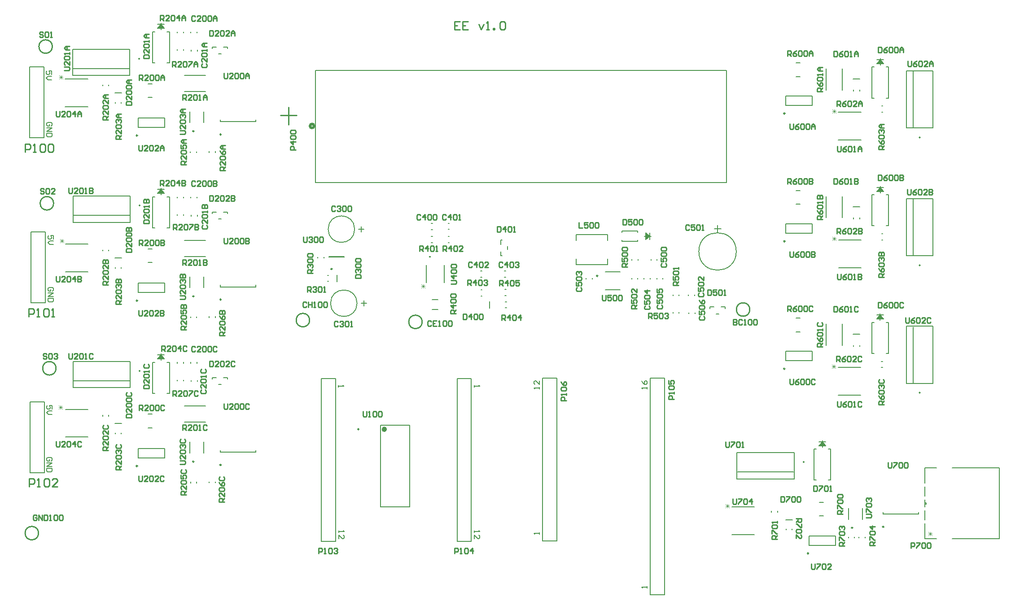
<source format=gto>
G04*
G04 #@! TF.GenerationSoftware,Altium Limited,Altium Designer,22.2.1 (43)*
G04*
G04 Layer_Color=65535*
%FSLAX25Y25*%
%MOIN*%
G70*
G04*
G04 #@! TF.SameCoordinates,A442F040-2D2B-445B-BC8B-0DACE6EA8BBB*
G04*
G04*
G04 #@! TF.FilePolarity,Positive*
G04*
G01*
G75*
%ADD10C,0.00600*%
%ADD11C,0.00984*%
%ADD12C,0.01000*%
%ADD13C,0.01968*%
%ADD14C,0.00787*%
%ADD15C,0.02000*%
%ADD16C,0.00500*%
%ADD17C,0.00300*%
%ADD18C,0.00591*%
G36*
X309949Y280465D02*
Y281465D01*
X311449D01*
Y280465D01*
X309949D01*
D02*
G37*
D10*
X95279Y428041D02*
G03*
X95279Y428041I-500J0D01*
G01*
X675005Y179786D02*
G03*
X675005Y179786I-500J0D01*
G01*
X675084Y274559D02*
G03*
X675084Y274559I-500J0D01*
G01*
X538276Y284754D02*
G03*
X538276Y284754I-13900J0D01*
G01*
X588835Y128184D02*
G03*
X588835Y128184I-500J0D01*
G01*
X95563Y196045D02*
G03*
X95563Y196045I-500J0D01*
G01*
X95566Y318950D02*
G03*
X95566Y318950I-500J0D01*
G01*
X675057Y369494D02*
G03*
X675057Y369494I-500J0D01*
G01*
X87779Y415513D02*
Y435013D01*
X45279Y415513D02*
X87779D01*
X45279D02*
Y435013D01*
X87779D01*
X45779Y420713D02*
X87279D01*
X678251Y85203D02*
Y92368D01*
Y95046D02*
Y100242D01*
Y102920D02*
Y110085D01*
X698650Y71344D02*
X733751D01*
X678251Y123944D02*
X686962D01*
X678251Y71344D02*
Y82525D01*
X733751Y71344D02*
Y123944D01*
X698650D02*
X733751D01*
X678251Y112763D02*
Y123944D01*
Y71344D02*
X686962D01*
X679251Y97144D02*
Y98144D01*
X678251D02*
X679251D01*
X678251Y97144D02*
Y98144D01*
Y97144D02*
X679251D01*
X649673Y209104D02*
X651402D01*
X645154Y233612D02*
Y238612D01*
X642654Y237612D02*
X647654D01*
X645154D02*
X647654Y234612D01*
X645154Y237612D02*
X647154Y234612D01*
X645154Y237612D02*
X646654Y234612D01*
X645154Y237612D02*
X646154Y234612D01*
X645154Y237612D02*
X645654Y234612D01*
X642654D02*
X645154Y237612D01*
X643154Y234612D02*
X645154Y237612D01*
X643654Y234612D02*
X645154Y237612D01*
X644154Y234612D02*
X645154Y237612D01*
X644654Y234612D02*
X645154Y237612D01*
X642654Y234612D02*
X647654D01*
X638906Y209104D02*
Y232112D01*
Y209104D02*
X640636D01*
X651402D02*
Y232112D01*
X649673D02*
X651402D01*
X638906D02*
X640636D01*
X614127Y178017D02*
X630827D01*
X614127Y198617D02*
X630827D01*
X669755Y187286D02*
Y228786D01*
X684255Y186786D02*
Y229287D01*
X664755D02*
X684255D01*
X664755Y186786D02*
Y229287D01*
Y186786D02*
X684255D01*
X649752Y303877D02*
X651481D01*
X645233Y328385D02*
Y333385D01*
X642733Y332385D02*
X647733D01*
X645233D02*
X647733Y329385D01*
X645233Y332385D02*
X647233Y329385D01*
X645233Y332385D02*
X646733Y329385D01*
X645233Y332385D02*
X646233Y329385D01*
X645233Y332385D02*
X645733Y329385D01*
X642733D02*
X645233Y332385D01*
X643233Y329385D02*
X645233Y332385D01*
X643733Y329385D02*
X645233Y332385D01*
X644233Y329385D02*
X645233Y332385D01*
X644733Y329385D02*
X645233Y332385D01*
X642733Y329385D02*
X647733D01*
X638985Y303877D02*
Y326885D01*
Y303877D02*
X640714D01*
X651481D02*
Y326885D01*
X649752D02*
X651481D01*
X638985D02*
X640714D01*
X614206Y272789D02*
X630906D01*
X614206Y293389D02*
X630906D01*
X669834Y282059D02*
Y323559D01*
X684334Y281559D02*
Y324059D01*
X664834D02*
X684334D01*
X664834Y281559D02*
Y324059D01*
Y281559D02*
X684334D01*
X524376Y299154D02*
Y304154D01*
X521876Y301654D02*
X526876D01*
X453298Y292162D02*
Y293202D01*
X470098Y296012D02*
X475098D01*
X474098Y293512D02*
Y298512D01*
X471098Y293512D02*
X474098Y296012D01*
X471098Y294012D02*
X474098Y296012D01*
X471098Y294512D02*
X474098Y296012D01*
X471098Y295012D02*
X474098Y296012D01*
X471098Y295512D02*
X474098Y296012D01*
X471098Y298512D02*
X474098Y296012D01*
X471098Y298012D02*
X474098Y296012D01*
X471098Y297512D02*
X474098Y296012D01*
X471098Y297012D02*
X474098Y296012D01*
X471098Y296512D02*
X474098Y296012D01*
X471098Y293512D02*
Y298512D01*
X453298Y299862D02*
X464898D01*
X453298Y298822D02*
Y299862D01*
Y292162D02*
X464898D01*
Y293202D01*
Y298822D02*
Y299862D01*
X595993Y137873D02*
X597722D01*
X606760D02*
X608489D01*
Y114866D02*
Y137873D01*
X595993Y114866D02*
X597722D01*
X595993D02*
Y137873D01*
X599741Y140373D02*
X604741D01*
X601741D02*
X602241Y143373D01*
X601241Y140373D02*
X602241Y143373D01*
X600741Y140373D02*
X602241Y143373D01*
X600241Y140373D02*
X602241Y143373D01*
X599741Y140373D02*
X602241Y143373D01*
X602741Y140373D01*
X602241Y143373D02*
X603241Y140373D01*
X602241Y143373D02*
X603741Y140373D01*
X602241Y143373D02*
X604241Y140373D01*
X602241Y143373D02*
X604741Y140373D01*
X599741Y143373D02*
X604741D01*
X602241Y139373D02*
Y144373D01*
X606760Y114866D02*
X608489D01*
X419238Y274847D02*
Y279237D01*
X442838Y292857D02*
Y297247D01*
Y274847D02*
Y279237D01*
X419238Y274847D02*
X442838D01*
X419238Y292857D02*
Y297247D01*
X442838D01*
X581335Y115656D02*
Y135156D01*
X538835Y115656D02*
X581335D01*
X538835D02*
Y135156D01*
X581335D01*
X539335Y120856D02*
X580835D01*
X535120Y94869D02*
X551820D01*
X535120Y74269D02*
X551820D01*
X39854Y167472D02*
X56554D01*
X39854Y146872D02*
X56554D01*
X104722Y448007D02*
X106452D01*
X115489D02*
X117218D01*
Y425000D02*
Y448007D01*
X104722Y425000D02*
X106452D01*
X104722D02*
Y448007D01*
X108470Y450507D02*
X113470D01*
X110470D02*
X110970Y453508D01*
X109970Y450507D02*
X110970Y453508D01*
X109470Y450507D02*
X110970Y453508D01*
X108970Y450507D02*
X110970Y453508D01*
X108470Y450507D02*
X110970Y453508D01*
X111470Y450507D01*
X110970Y453508D02*
X111970Y450507D01*
X110970Y453508D02*
X112470Y450507D01*
X110970Y453508D02*
X112970Y450507D01*
X110970Y453508D02*
X113470Y450507D01*
X108470Y453508D02*
X113470D01*
X110970Y449508D02*
Y454507D01*
X115489Y425000D02*
X117218D01*
X39838Y413054D02*
X56538D01*
X39838Y392454D02*
X56538D01*
X88063Y183517D02*
Y203017D01*
X45563Y183517D02*
X88063D01*
X45563D02*
Y203017D01*
X88063D01*
X46063Y188717D02*
X87563D01*
X104737Y202426D02*
X106466D01*
X115504D02*
X117233D01*
Y179418D02*
Y202426D01*
X104737Y179418D02*
X106466D01*
X104737D02*
Y202426D01*
X108485Y204926D02*
X113485D01*
X110485D02*
X110985Y207926D01*
X109985Y204926D02*
X110985Y207926D01*
X109485Y204926D02*
X110985Y207926D01*
X108985Y204926D02*
X110985Y207926D01*
X108485Y204926D02*
X110985Y207926D01*
X111485Y204926D01*
X110985Y207926D02*
X111985Y204926D01*
X110985Y207926D02*
X112485Y204926D01*
X110985Y207926D02*
X112985Y204926D01*
X110985Y207926D02*
X113485Y204926D01*
X108485Y207926D02*
X113485D01*
X110985Y203926D02*
Y208926D01*
X115504Y179418D02*
X117233D01*
X104741Y325331D02*
X106470D01*
X115508D02*
X117237D01*
Y302323D02*
Y325331D01*
X104741Y302323D02*
X106470D01*
X104741D02*
Y325331D01*
X108489Y327831D02*
X113489D01*
X110489D02*
X110989Y330831D01*
X109989Y327831D02*
X110989Y330831D01*
X109489Y327831D02*
X110989Y330831D01*
X108989Y327831D02*
X110989Y330831D01*
X108489Y327831D02*
X110989Y330831D01*
X111489Y327831D01*
X110989Y330831D02*
X111989Y327831D01*
X110989Y330831D02*
X112489Y327831D01*
X110989Y330831D02*
X112989Y327831D01*
X110989Y330831D02*
X113489Y327831D01*
X108489Y330831D02*
X113489D01*
X110989Y326831D02*
Y331831D01*
X115508Y302323D02*
X117237D01*
X88067Y306422D02*
Y325922D01*
X45566Y306422D02*
X88067D01*
X45566D02*
Y325922D01*
X88067D01*
X46066Y311622D02*
X87567D01*
X39857Y290377D02*
X56557D01*
X39857Y269777D02*
X56557D01*
X638958Y421819D02*
X640688D01*
X649725D02*
X651454D01*
Y398811D02*
Y421819D01*
X638958Y398811D02*
X640688D01*
X638958D02*
Y421819D01*
X642706Y424319D02*
X647706D01*
X644706D02*
X645206Y427319D01*
X644206Y424319D02*
X645206Y427319D01*
X643706Y424319D02*
X645206Y427319D01*
X643206Y424319D02*
X645206Y427319D01*
X642706Y424319D02*
X645206Y427319D01*
X645706Y424319D01*
X645206Y427319D02*
X646206Y424319D01*
X645206Y427319D02*
X646706Y424319D01*
X645206Y427319D02*
X647206Y424319D01*
X645206Y427319D02*
X647706Y424319D01*
X642706Y427319D02*
X647706D01*
X645206Y423319D02*
Y428319D01*
X649725Y398811D02*
X651454D01*
X614179Y388324D02*
X630879D01*
X614179Y367724D02*
X630879D01*
X664807Y376494D02*
X684307D01*
X664807D02*
Y418994D01*
X684307D01*
Y376494D02*
Y418994D01*
X669807Y376994D02*
Y418494D01*
X225609Y335908D02*
X531009D01*
Y419207D01*
X225609D02*
X531009D01*
X225609Y335908D02*
Y419207D01*
X312475Y248859D02*
X316746D01*
X312475Y241560D02*
X316746D01*
X321236Y261515D02*
Y274715D01*
X308036Y261515D02*
Y274715D01*
X30046Y167523D02*
Y170189D01*
X28047D01*
X28713Y168856D01*
Y168190D01*
X28047Y167523D01*
X26714D01*
X26047Y168190D01*
Y169523D01*
X26714Y170189D01*
X30046Y166191D02*
X27380D01*
X26047Y164858D01*
X27380Y163525D01*
X30046D01*
X29479Y129023D02*
X30146Y129690D01*
Y131023D01*
X29479Y131689D01*
X26814D01*
X26147Y131023D01*
Y129690D01*
X26814Y129023D01*
X28146D01*
Y130356D01*
X26147Y127690D02*
X30146D01*
X26147Y125025D01*
X30146D01*
Y123692D02*
X26147D01*
Y121692D01*
X26814Y121026D01*
X29479D01*
X30146Y121692D01*
Y123692D01*
X30906Y293878D02*
Y296544D01*
X28907D01*
X29573Y295211D01*
Y294544D01*
X28907Y293878D01*
X27574D01*
X26907Y294544D01*
Y295877D01*
X27574Y296544D01*
X30906Y292545D02*
X28240D01*
X26907Y291212D01*
X28240Y289879D01*
X30906D01*
X30340Y255378D02*
X31006Y256044D01*
Y257377D01*
X30340Y258044D01*
X27674D01*
X27007Y257377D01*
Y256044D01*
X27674Y255378D01*
X29007D01*
Y256711D01*
X27007Y254045D02*
X31006D01*
X27007Y251379D01*
X31006D01*
Y250046D02*
X27007D01*
Y248047D01*
X27674Y247380D01*
X30340D01*
X31006Y248047D01*
Y250046D01*
X29811Y416439D02*
Y419105D01*
X27812D01*
X28478Y417772D01*
Y417106D01*
X27812Y416439D01*
X26479D01*
X25813Y417106D01*
Y418439D01*
X26479Y419105D01*
X29811Y415106D02*
X27145D01*
X25813Y413773D01*
X27145Y412441D01*
X29811D01*
X29245Y377939D02*
X29911Y378606D01*
Y379939D01*
X29245Y380605D01*
X26579D01*
X25912Y379939D01*
Y378606D01*
X26579Y377939D01*
X27912D01*
Y379272D01*
X25912Y376606D02*
X29911D01*
X25912Y373941D01*
X29911D01*
Y372608D02*
X25912D01*
Y370608D01*
X26579Y369942D01*
X29245D01*
X29911Y370608D01*
Y372608D01*
X343753Y185181D02*
Y183848D01*
Y184514D01*
X347752D01*
X347085Y185181D01*
X343581Y77307D02*
Y75974D01*
Y76640D01*
X347580D01*
X346914Y77307D01*
X343581Y71309D02*
Y73975D01*
X346247Y71309D01*
X346914D01*
X347580Y71975D01*
Y73308D01*
X346914Y73975D01*
X243170Y77198D02*
Y75866D01*
Y76532D01*
X247169D01*
X246503Y77198D01*
X243170Y71201D02*
Y73866D01*
X245836Y71201D01*
X246503D01*
X247169Y71867D01*
Y73200D01*
X246503Y73866D01*
X242634Y185174D02*
Y183841D01*
Y184507D01*
X246633D01*
X245966Y185174D01*
X472178Y182652D02*
Y183985D01*
Y183318D01*
X468180D01*
X468846Y182652D01*
X468180Y188650D02*
X468846Y187317D01*
X470179Y185984D01*
X471512D01*
X472178Y186651D01*
Y187984D01*
X471512Y188650D01*
X470845D01*
X470179Y187984D01*
Y185984D01*
X472163Y34608D02*
Y35941D01*
Y35274D01*
X468165D01*
X468831Y34608D01*
X392044Y74645D02*
Y75978D01*
Y75311D01*
X388045D01*
X388711Y74645D01*
X391862Y182613D02*
Y183946D01*
Y183280D01*
X387863D01*
X388529Y182613D01*
X391862Y188611D02*
Y185945D01*
X389196Y188611D01*
X388529D01*
X387863Y187945D01*
Y186612D01*
X388529Y185945D01*
D11*
X574453Y197628D02*
G03*
X574453Y197628I-492J0D01*
G01*
X574532Y292401D02*
G03*
X574532Y292401I-492J0D01*
G01*
X258007Y152648D02*
G03*
X258007Y152648I-492J0D01*
G01*
X435440Y266697D02*
G03*
X435440Y266697I-492J0D01*
G01*
X647887Y80110D02*
G03*
X647887Y80110I-492J0D01*
G01*
X624782Y79487D02*
G03*
X624782Y79487I-492J0D01*
G01*
X155634Y126120D02*
G03*
X155634Y126120I-492J0D01*
G01*
X591942Y60406D02*
G03*
X591942Y60406I-492J0D01*
G01*
X155619Y371702D02*
G03*
X155619Y371702I-492J0D01*
G01*
X93499Y370980D02*
G03*
X93499Y370980I-492J0D01*
G01*
X135421Y374184D02*
G03*
X135421Y374184I-492J0D01*
G01*
X135435Y128603D02*
G03*
X135435Y128603I-492J0D01*
G01*
X93514Y125398D02*
G03*
X93514Y125398I-492J0D01*
G01*
X155638Y249025D02*
G03*
X155638Y249025I-492J0D01*
G01*
X93518Y248303D02*
G03*
X93518Y248303I-492J0D01*
G01*
X135439Y251508D02*
G03*
X135439Y251508I-492J0D01*
G01*
X574505Y387336D02*
G03*
X574505Y387336I-492J0D01*
G01*
X238159Y271762D02*
G03*
X238159Y271762I-492J0D01*
G01*
D12*
X19967Y75444D02*
G03*
X19967Y75444I-5000J0D01*
G01*
X304969Y232445D02*
G03*
X304969Y232445I-5000J0D01*
G01*
X548354Y241621D02*
G03*
X548354Y241621I-5000J0D01*
G01*
X30243Y437067D02*
G03*
X30243Y437067I-5000J0D01*
G01*
X33001Y197949D02*
G03*
X33001Y197949I-5000J0D01*
G01*
X31161Y320550D02*
G03*
X31161Y320550I-5000J0D01*
G01*
X221351Y233769D02*
G03*
X221351Y233769I-5000J0D01*
G01*
X199559Y386057D02*
X211559D01*
X205559Y379058D02*
Y392057D01*
X332855Y455725D02*
X328856D01*
Y449727D01*
X332855D01*
X328856Y452726D02*
X330855D01*
X338853Y455725D02*
X334854D01*
Y449727D01*
X338853D01*
X334854Y452726D02*
X336853D01*
X346850Y453725D02*
X348849Y449727D01*
X350849Y453725D01*
X352848Y449727D02*
X354848D01*
X353848D01*
Y455725D01*
X352848Y454725D01*
X357846Y449727D02*
Y450726D01*
X358846D01*
Y449727D01*
X357846D01*
X362845Y454725D02*
X363845Y455725D01*
X365844D01*
X366844Y454725D01*
Y450726D01*
X365844Y449727D01*
X363845D01*
X362845Y450726D01*
Y454725D01*
X12881Y109826D02*
Y115824D01*
X15880D01*
X16880Y114825D01*
Y112825D01*
X15880Y111826D01*
X12881D01*
X18879Y109826D02*
X20878D01*
X19879D01*
Y115824D01*
X18879Y114825D01*
X23878D02*
X24877Y115824D01*
X26877D01*
X27876Y114825D01*
Y110826D01*
X26877Y109826D01*
X24877D01*
X23878Y110826D01*
Y114825D01*
X33874Y109826D02*
X29876D01*
X33874Y113825D01*
Y114825D01*
X32875Y115824D01*
X30875D01*
X29876Y114825D01*
X12785Y236255D02*
Y242253D01*
X15784D01*
X16783Y241253D01*
Y239254D01*
X15784Y238254D01*
X12785D01*
X18783Y236255D02*
X20782D01*
X19782D01*
Y242253D01*
X18783Y241253D01*
X23781D02*
X24781Y242253D01*
X26780D01*
X27780Y241253D01*
Y237255D01*
X26780Y236255D01*
X24781D01*
X23781Y237255D01*
Y241253D01*
X29779Y236255D02*
X31778D01*
X30779D01*
Y242253D01*
X29779Y241253D01*
X10021Y358545D02*
Y364543D01*
X13020D01*
X14020Y363543D01*
Y361544D01*
X13020Y360544D01*
X10021D01*
X16019Y358545D02*
X18019D01*
X17019D01*
Y364543D01*
X16019Y363543D01*
X21018D02*
X22017Y364543D01*
X24017D01*
X25016Y363543D01*
Y359544D01*
X24017Y358545D01*
X22017D01*
X21018Y359544D01*
Y363543D01*
X27016D02*
X28016Y364543D01*
X30015D01*
X31015Y363543D01*
Y359544D01*
X30015Y358545D01*
X28016D01*
X27016Y359544D01*
Y363543D01*
X568725Y70822D02*
X564726D01*
Y72821D01*
X565393Y73488D01*
X566725D01*
X567392Y72821D01*
Y70822D01*
Y72155D02*
X568725Y73488D01*
X564726Y74821D02*
Y77487D01*
X565393D01*
X568058Y74821D01*
X568725D01*
X565393Y78820D02*
X564726Y79486D01*
Y80819D01*
X565393Y81485D01*
X568058D01*
X568725Y80819D01*
Y79486D01*
X568058Y78820D01*
X565393D01*
X568725Y82818D02*
Y84151D01*
Y83485D01*
X564726D01*
X565393Y82818D01*
X94754Y289415D02*
Y293413D01*
X96753D01*
X97420Y292747D01*
Y291414D01*
X96753Y290748D01*
X94754D01*
X96087D02*
X97420Y289415D01*
X101418D02*
X98752D01*
X101418Y292080D01*
Y292747D01*
X100752Y293413D01*
X99419D01*
X98752Y292747D01*
X102751D02*
X103418Y293413D01*
X104751D01*
X105417Y292747D01*
Y290081D01*
X104751Y289415D01*
X103418D01*
X102751Y290081D01*
Y292747D01*
X106750D02*
X107416Y293413D01*
X108749D01*
X109416Y292747D01*
Y290081D01*
X108749Y289415D01*
X107416D01*
X106750Y290081D01*
Y292747D01*
X110749Y293413D02*
Y289415D01*
X112748D01*
X113415Y290081D01*
Y290748D01*
X112748Y291414D01*
X110749D01*
X112748D01*
X113415Y292080D01*
Y292747D01*
X112748Y293413D01*
X110749D01*
X664003Y235737D02*
Y232405D01*
X664670Y231738D01*
X666003D01*
X666669Y232405D01*
Y235737D01*
X670668D02*
X669335Y235070D01*
X668002Y233737D01*
Y232405D01*
X668669Y231738D01*
X670001D01*
X670668Y232405D01*
Y233071D01*
X670001Y233737D01*
X668002D01*
X672001Y235070D02*
X672667Y235737D01*
X674000D01*
X674667Y235070D01*
Y232405D01*
X674000Y231738D01*
X672667D01*
X672001Y232405D01*
Y235070D01*
X678665Y231738D02*
X675999D01*
X678665Y234404D01*
Y235070D01*
X677999Y235737D01*
X676666D01*
X675999Y235070D01*
X682664D02*
X681997Y235737D01*
X680665D01*
X679998Y235070D01*
Y232405D01*
X680665Y231738D01*
X681997D01*
X682664Y232405D01*
X665265Y331120D02*
Y327787D01*
X665931Y327121D01*
X667264D01*
X667930Y327787D01*
Y331120D01*
X671929D02*
X670596Y330453D01*
X669263Y329120D01*
Y327787D01*
X669930Y327121D01*
X671263D01*
X671929Y327787D01*
Y328454D01*
X671263Y329120D01*
X669263D01*
X673262Y330453D02*
X673928Y331120D01*
X675261D01*
X675928Y330453D01*
Y327787D01*
X675261Y327121D01*
X673928D01*
X673262Y327787D01*
Y330453D01*
X679927Y327121D02*
X677261D01*
X679927Y329787D01*
Y330453D01*
X679260Y331120D01*
X677927D01*
X677261Y330453D01*
X681259Y331120D02*
Y327121D01*
X683259D01*
X683925Y327787D01*
Y328454D01*
X683259Y329120D01*
X681259D01*
X683259D01*
X683925Y329787D01*
Y330453D01*
X683259Y331120D01*
X681259D01*
X613203Y173186D02*
Y169854D01*
X613870Y169187D01*
X615203D01*
X615869Y169854D01*
Y173186D01*
X619868D02*
X618535Y172519D01*
X617202Y171186D01*
Y169854D01*
X617869Y169187D01*
X619201D01*
X619868Y169854D01*
Y170520D01*
X619201Y171186D01*
X617202D01*
X621201Y172519D02*
X621867Y173186D01*
X623200D01*
X623867Y172519D01*
Y169854D01*
X623200Y169187D01*
X621867D01*
X621201Y169854D01*
Y172519D01*
X625199Y169187D02*
X626532D01*
X625866D01*
Y173186D01*
X625199Y172519D01*
X631198D02*
X630531Y173186D01*
X629198D01*
X628532Y172519D01*
Y169854D01*
X629198Y169187D01*
X630531D01*
X631198Y169854D01*
X613282Y267958D02*
Y264626D01*
X613948Y263960D01*
X615281D01*
X615948Y264626D01*
Y267958D01*
X619946D02*
X618613Y267292D01*
X617280Y265959D01*
Y264626D01*
X617947Y263960D01*
X619280D01*
X619946Y264626D01*
Y265293D01*
X619280Y265959D01*
X617280D01*
X621279Y267292D02*
X621946Y267958D01*
X623279D01*
X623945Y267292D01*
Y264626D01*
X623279Y263960D01*
X621946D01*
X621279Y264626D01*
Y267292D01*
X625278Y263960D02*
X626611D01*
X625944D01*
Y267958D01*
X625278Y267292D01*
X628610Y267958D02*
Y263960D01*
X630610D01*
X631276Y264626D01*
Y265293D01*
X630610Y265959D01*
X628610D01*
X630610D01*
X631276Y266626D01*
Y267292D01*
X630610Y267958D01*
X628610D01*
X577919Y189820D02*
Y186487D01*
X578586Y185821D01*
X579918D01*
X580585Y186487D01*
Y189820D01*
X584584D02*
X583251Y189153D01*
X581918Y187820D01*
Y186487D01*
X582584Y185821D01*
X583917D01*
X584584Y186487D01*
Y187154D01*
X583917Y187820D01*
X581918D01*
X585917Y189153D02*
X586583Y189820D01*
X587916D01*
X588582Y189153D01*
Y186487D01*
X587916Y185821D01*
X586583D01*
X585917Y186487D01*
Y189153D01*
X589915D02*
X590582Y189820D01*
X591915D01*
X592581Y189153D01*
Y186487D01*
X591915Y185821D01*
X590582D01*
X589915Y186487D01*
Y189153D01*
X596580D02*
X595913Y189820D01*
X594580D01*
X593914Y189153D01*
Y186487D01*
X594580Y185821D01*
X595913D01*
X596580Y186487D01*
X577998Y284592D02*
Y281260D01*
X578664Y280594D01*
X579997D01*
X580663Y281260D01*
Y284592D01*
X584662D02*
X583329Y283926D01*
X581996Y282593D01*
Y281260D01*
X582663Y280594D01*
X583996D01*
X584662Y281260D01*
Y281926D01*
X583996Y282593D01*
X581996D01*
X585995Y283926D02*
X586661Y284592D01*
X587994D01*
X588661Y283926D01*
Y281260D01*
X587994Y280594D01*
X586661D01*
X585995Y281260D01*
Y283926D01*
X589994D02*
X590660Y284592D01*
X591993D01*
X592660Y283926D01*
Y281260D01*
X591993Y280594D01*
X590660D01*
X589994Y281260D01*
Y283926D01*
X593992Y284592D02*
Y280594D01*
X595992D01*
X596658Y281260D01*
Y281926D01*
X595992Y282593D01*
X593992D01*
X595992D01*
X596658Y283260D01*
Y283926D01*
X595992Y284592D01*
X593992D01*
X648092Y170875D02*
X644093D01*
Y172874D01*
X644759Y173541D01*
X646092D01*
X646759Y172874D01*
Y170875D01*
Y172208D02*
X648092Y173541D01*
X644093Y177540D02*
X644759Y176207D01*
X646092Y174874D01*
X647425D01*
X648092Y175540D01*
Y176873D01*
X647425Y177540D01*
X646759D01*
X646092Y176873D01*
Y174874D01*
X644759Y178873D02*
X644093Y179539D01*
Y180872D01*
X644759Y181538D01*
X647425D01*
X648092Y180872D01*
Y179539D01*
X647425Y178873D01*
X644759D01*
Y182871D02*
X644093Y183538D01*
Y184871D01*
X644759Y185537D01*
X645426D01*
X646092Y184871D01*
Y184204D01*
Y184871D01*
X646759Y185537D01*
X647425D01*
X648092Y184871D01*
Y183538D01*
X647425Y182871D01*
X644759Y189536D02*
X644093Y188869D01*
Y187536D01*
X644759Y186870D01*
X647425D01*
X648092Y187536D01*
Y188869D01*
X647425Y189536D01*
X648170Y265648D02*
X644171D01*
Y267647D01*
X644838Y268314D01*
X646171D01*
X646837Y267647D01*
Y265648D01*
Y266981D02*
X648170Y268314D01*
X644171Y272312D02*
X644838Y270979D01*
X646171Y269646D01*
X647504D01*
X648170Y270313D01*
Y271646D01*
X647504Y272312D01*
X646837D01*
X646171Y271646D01*
Y269646D01*
X644838Y273645D02*
X644171Y274312D01*
Y275644D01*
X644838Y276311D01*
X647504D01*
X648170Y275644D01*
Y274312D01*
X647504Y273645D01*
X644838D01*
Y277644D02*
X644171Y278310D01*
Y279643D01*
X644838Y280310D01*
X645504D01*
X646171Y279643D01*
Y278977D01*
Y279643D01*
X646837Y280310D01*
X647504D01*
X648170Y279643D01*
Y278310D01*
X647504Y277644D01*
X644171Y281643D02*
X648170D01*
Y283642D01*
X647504Y284308D01*
X646837D01*
X646171Y283642D01*
Y281643D01*
Y283642D01*
X645504Y284308D01*
X644838D01*
X644171Y283642D01*
Y281643D01*
X612814Y203064D02*
Y207063D01*
X614814D01*
X615480Y206397D01*
Y205064D01*
X614814Y204397D01*
X612814D01*
X614147D02*
X615480Y203064D01*
X619479Y207063D02*
X618146Y206397D01*
X616813Y205064D01*
Y203731D01*
X617479Y203064D01*
X618812D01*
X619479Y203731D01*
Y204397D01*
X618812Y205064D01*
X616813D01*
X620812Y206397D02*
X621478Y207063D01*
X622811D01*
X623478Y206397D01*
Y203731D01*
X622811Y203064D01*
X621478D01*
X620812Y203731D01*
Y206397D01*
X627476Y203064D02*
X624810D01*
X627476Y205730D01*
Y206397D01*
X626810Y207063D01*
X625477D01*
X624810Y206397D01*
X631475D02*
X630808Y207063D01*
X629475D01*
X628809Y206397D01*
Y203731D01*
X629475Y203064D01*
X630808D01*
X631475Y203731D01*
X612893Y297837D02*
Y301836D01*
X614892D01*
X615558Y301169D01*
Y299836D01*
X614892Y299170D01*
X612893D01*
X614226D02*
X615558Y297837D01*
X619557Y301836D02*
X618224Y301169D01*
X616891Y299836D01*
Y298504D01*
X617558Y297837D01*
X618891D01*
X619557Y298504D01*
Y299170D01*
X618891Y299836D01*
X616891D01*
X620890Y301169D02*
X621557Y301836D01*
X622890D01*
X623556Y301169D01*
Y298504D01*
X622890Y297837D01*
X621557D01*
X620890Y298504D01*
Y301169D01*
X627555Y297837D02*
X624889D01*
X627555Y300503D01*
Y301169D01*
X626888Y301836D01*
X625555D01*
X624889Y301169D01*
X628888Y301836D02*
Y297837D01*
X630887D01*
X631553Y298504D01*
Y299170D01*
X630887Y299836D01*
X628888D01*
X630887D01*
X631553Y300503D01*
Y301169D01*
X630887Y301836D01*
X628888D01*
X602344Y213834D02*
X598345D01*
Y215833D01*
X599012Y216499D01*
X600345D01*
X601011Y215833D01*
Y213834D01*
Y215167D02*
X602344Y216499D01*
X598345Y220498D02*
X599012Y219165D01*
X600345Y217832D01*
X601678D01*
X602344Y218499D01*
Y219832D01*
X601678Y220498D01*
X601011D01*
X600345Y219832D01*
Y217832D01*
X599012Y221831D02*
X598345Y222498D01*
Y223831D01*
X599012Y224497D01*
X601678D01*
X602344Y223831D01*
Y222498D01*
X601678Y221831D01*
X599012D01*
X602344Y225830D02*
Y227163D01*
Y226496D01*
X598345D01*
X599012Y225830D01*
Y231828D02*
X598345Y231161D01*
Y229829D01*
X599012Y229162D01*
X601678D01*
X602344Y229829D01*
Y231161D01*
X601678Y231828D01*
X602423Y308606D02*
X598424D01*
Y310606D01*
X599090Y311272D01*
X600423D01*
X601090Y310606D01*
Y308606D01*
Y309939D02*
X602423Y311272D01*
X598424Y315271D02*
X599090Y313938D01*
X600423Y312605D01*
X601756D01*
X602423Y313271D01*
Y314604D01*
X601756Y315271D01*
X601090D01*
X600423Y314604D01*
Y312605D01*
X599090Y316604D02*
X598424Y317270D01*
Y318603D01*
X599090Y319270D01*
X601756D01*
X602423Y318603D01*
Y317270D01*
X601756Y316604D01*
X599090D01*
X602423Y320602D02*
Y321935D01*
Y321269D01*
X598424D01*
X599090Y320602D01*
X598424Y323935D02*
X602423D01*
Y325934D01*
X601756Y326601D01*
X601090D01*
X600423Y325934D01*
Y323935D01*
Y325934D01*
X599757Y326601D01*
X599090D01*
X598424Y325934D01*
Y323935D01*
X576378Y240283D02*
Y244281D01*
X578377D01*
X579044Y243615D01*
Y242282D01*
X578377Y241615D01*
X576378D01*
X577711D02*
X579044Y240283D01*
X583042Y244281D02*
X581709Y243615D01*
X580376Y242282D01*
Y240949D01*
X581043Y240283D01*
X582376D01*
X583042Y240949D01*
Y241615D01*
X582376Y242282D01*
X580376D01*
X584375Y243615D02*
X585042Y244281D01*
X586375D01*
X587041Y243615D01*
Y240949D01*
X586375Y240283D01*
X585042D01*
X584375Y240949D01*
Y243615D01*
X588374D02*
X589040Y244281D01*
X590373D01*
X591040Y243615D01*
Y240949D01*
X590373Y240283D01*
X589040D01*
X588374Y240949D01*
Y243615D01*
X595038D02*
X594372Y244281D01*
X593039D01*
X592373Y243615D01*
Y240949D01*
X593039Y240283D01*
X594372D01*
X595038Y240949D01*
X576456Y335055D02*
Y339054D01*
X578456D01*
X579122Y338387D01*
Y337054D01*
X578456Y336388D01*
X576456D01*
X577789D02*
X579122Y335055D01*
X583121Y339054D02*
X581788Y338387D01*
X580455Y337054D01*
Y335722D01*
X581121Y335055D01*
X582454D01*
X583121Y335722D01*
Y336388D01*
X582454Y337054D01*
X580455D01*
X584454Y338387D02*
X585120Y339054D01*
X586453D01*
X587119Y338387D01*
Y335722D01*
X586453Y335055D01*
X585120D01*
X584454Y335722D01*
Y338387D01*
X588452D02*
X589119Y339054D01*
X590452D01*
X591118Y338387D01*
Y335722D01*
X590452Y335055D01*
X589119D01*
X588452Y335722D01*
Y338387D01*
X592451Y339054D02*
Y335055D01*
X594450D01*
X595117Y335722D01*
Y336388D01*
X594450Y337054D01*
X592451D01*
X594450D01*
X595117Y337721D01*
Y338387D01*
X594450Y339054D01*
X592451D01*
X610736Y244090D02*
Y240091D01*
X612736D01*
X613402Y240757D01*
Y243423D01*
X612736Y244090D01*
X610736D01*
X617401D02*
X616068Y243423D01*
X614735Y242090D01*
Y240757D01*
X615401Y240091D01*
X616734D01*
X617401Y240757D01*
Y241424D01*
X616734Y242090D01*
X614735D01*
X618734Y243423D02*
X619400Y244090D01*
X620733D01*
X621399Y243423D01*
Y240757D01*
X620733Y240091D01*
X619400D01*
X618734Y240757D01*
Y243423D01*
X622732Y240091D02*
X624065D01*
X623399D01*
Y244090D01*
X622732Y243423D01*
X628730D02*
X628064Y244090D01*
X626731D01*
X626065Y243423D01*
Y240757D01*
X626731Y240091D01*
X628064D01*
X628730Y240757D01*
X610815Y338862D02*
Y334863D01*
X612814D01*
X613481Y335530D01*
Y338196D01*
X612814Y338862D01*
X610815D01*
X617479D02*
X616146Y338196D01*
X614813Y336863D01*
Y335530D01*
X615480Y334863D01*
X616813D01*
X617479Y335530D01*
Y336196D01*
X616813Y336863D01*
X614813D01*
X618812Y338196D02*
X619479Y338862D01*
X620811D01*
X621478Y338196D01*
Y335530D01*
X620811Y334863D01*
X619479D01*
X618812Y335530D01*
Y338196D01*
X622811Y334863D02*
X624144D01*
X623477D01*
Y338862D01*
X622811Y338196D01*
X626143Y338862D02*
Y334863D01*
X628142D01*
X628809Y335530D01*
Y336196D01*
X628142Y336863D01*
X626143D01*
X628142D01*
X628809Y337529D01*
Y338196D01*
X628142Y338862D01*
X626143D01*
X643613Y246937D02*
Y242939D01*
X645613D01*
X646279Y243605D01*
Y246271D01*
X645613Y246937D01*
X643613D01*
X650278D02*
X648945Y246271D01*
X647612Y244938D01*
Y243605D01*
X648279Y242939D01*
X649612D01*
X650278Y243605D01*
Y244271D01*
X649612Y244938D01*
X647612D01*
X651611Y246271D02*
X652277Y246937D01*
X653610D01*
X654277Y246271D01*
Y243605D01*
X653610Y242939D01*
X652277D01*
X651611Y243605D01*
Y246271D01*
X655610D02*
X656276Y246937D01*
X657609D01*
X658275Y246271D01*
Y243605D01*
X657609Y242939D01*
X656276D01*
X655610Y243605D01*
Y246271D01*
X662274D02*
X661608Y246937D01*
X660275D01*
X659608Y246271D01*
Y243605D01*
X660275Y242939D01*
X661608D01*
X662274Y243605D01*
X643692Y341710D02*
Y337711D01*
X645691D01*
X646358Y338378D01*
Y341043D01*
X645691Y341710D01*
X643692D01*
X650356D02*
X649024Y341043D01*
X647691Y339711D01*
Y338378D01*
X648357Y337711D01*
X649690D01*
X650356Y338378D01*
Y339044D01*
X649690Y339711D01*
X647691D01*
X651689Y341043D02*
X652356Y341710D01*
X653689D01*
X654355Y341043D01*
Y338378D01*
X653689Y337711D01*
X652356D01*
X651689Y338378D01*
Y341043D01*
X655688D02*
X656355Y341710D01*
X657687D01*
X658354Y341043D01*
Y338378D01*
X657687Y337711D01*
X656355D01*
X655688Y338378D01*
Y341043D01*
X659687Y341710D02*
Y337711D01*
X661686D01*
X662353Y338378D01*
Y339044D01*
X661686Y339711D01*
X659687D01*
X661686D01*
X662353Y340377D01*
Y341043D01*
X661686Y341710D01*
X659687D01*
X228146Y60248D02*
Y64247D01*
X230145D01*
X230811Y63581D01*
Y62248D01*
X230145Y61581D01*
X228146D01*
X232144Y60248D02*
X233477D01*
X232811D01*
Y64247D01*
X232144Y63581D01*
X235477D02*
X236143Y64247D01*
X237476D01*
X238142Y63581D01*
Y60915D01*
X237476Y60248D01*
X236143D01*
X235477Y60915D01*
Y63581D01*
X239475D02*
X240142Y64247D01*
X241475D01*
X242141Y63581D01*
Y62914D01*
X241475Y62248D01*
X240808D01*
X241475D01*
X242141Y61581D01*
Y60915D01*
X241475Y60248D01*
X240142D01*
X239475Y60915D01*
X322681Y311792D02*
X322015Y312458D01*
X320682D01*
X320015Y311792D01*
Y309126D01*
X320682Y308460D01*
X322015D01*
X322681Y309126D01*
X326013Y308460D02*
Y312458D01*
X324014Y310459D01*
X326680D01*
X328013Y311792D02*
X328679Y312458D01*
X330012D01*
X330679Y311792D01*
Y309126D01*
X330012Y308460D01*
X328679D01*
X328013Y309126D01*
Y311792D01*
X332011Y308460D02*
X333344D01*
X332678D01*
Y312458D01*
X332011Y311792D01*
X303835D02*
X303168Y312458D01*
X301835D01*
X301169Y311792D01*
Y309126D01*
X301835Y308460D01*
X303168D01*
X303835Y309126D01*
X307167Y308460D02*
Y312458D01*
X305168Y310459D01*
X307834D01*
X309167Y311792D02*
X309833Y312458D01*
X311166D01*
X311832Y311792D01*
Y309126D01*
X311166Y308460D01*
X309833D01*
X309167Y309126D01*
Y311792D01*
X313165D02*
X313832Y312458D01*
X315164D01*
X315831Y311792D01*
Y309126D01*
X315164Y308460D01*
X313832D01*
X313165Y309126D01*
Y311792D01*
X320238Y285028D02*
Y289027D01*
X322237D01*
X322903Y288360D01*
Y287027D01*
X322237Y286361D01*
X320238D01*
X321570D02*
X322903Y285028D01*
X326236D02*
Y289027D01*
X324236Y287027D01*
X326902D01*
X328235Y288360D02*
X328902Y289027D01*
X330234D01*
X330901Y288360D01*
Y285694D01*
X330234Y285028D01*
X328902D01*
X328235Y285694D01*
Y288360D01*
X334899Y285028D02*
X332234D01*
X334899Y287694D01*
Y288360D01*
X334233Y289027D01*
X332900D01*
X332234Y288360D01*
X302886Y284866D02*
Y288865D01*
X304885D01*
X305552Y288199D01*
Y286866D01*
X304885Y286199D01*
X302886D01*
X304219D02*
X305552Y284866D01*
X308884D02*
Y288865D01*
X306885Y286866D01*
X309550D01*
X310883Y288199D02*
X311550Y288865D01*
X312883D01*
X313549Y288199D01*
Y285533D01*
X312883Y284866D01*
X311550D01*
X310883Y285533D01*
Y288199D01*
X314882Y284866D02*
X316215D01*
X315548D01*
Y288865D01*
X314882Y288199D01*
X594162Y52719D02*
Y49386D01*
X594828Y48720D01*
X596161D01*
X596827Y49386D01*
Y52719D01*
X598160D02*
X600826D01*
Y52052D01*
X598160Y49386D01*
Y48720D01*
X602159Y52052D02*
X602825Y52719D01*
X604158D01*
X604825Y52052D01*
Y49386D01*
X604158Y48720D01*
X602825D01*
X602159Y49386D01*
Y52052D01*
X608823Y48720D02*
X606158D01*
X608823Y51386D01*
Y52052D01*
X608157Y52719D01*
X606824D01*
X606158Y52052D01*
X577971Y379527D02*
Y376195D01*
X578637Y375528D01*
X579970D01*
X580637Y376195D01*
Y379527D01*
X584635D02*
X583302Y378860D01*
X581970Y377528D01*
Y376195D01*
X582636Y375528D01*
X583969D01*
X584635Y376195D01*
Y376861D01*
X583969Y377528D01*
X581970D01*
X585968Y378860D02*
X586635Y379527D01*
X587968D01*
X588634Y378860D01*
Y376195D01*
X587968Y375528D01*
X586635D01*
X585968Y376195D01*
Y378860D01*
X589967D02*
X590633Y379527D01*
X591966D01*
X592633Y378860D01*
Y376195D01*
X591966Y375528D01*
X590633D01*
X589967Y376195D01*
Y378860D01*
X593966Y375528D02*
Y378194D01*
X595299Y379527D01*
X596631Y378194D01*
Y375528D01*
Y377528D01*
X593966D01*
X326416Y260718D02*
X329749D01*
X330415Y261384D01*
Y262717D01*
X329749Y263384D01*
X326416D01*
X330415Y266716D02*
X326416D01*
X328416Y264717D01*
Y267382D01*
X327083Y268715D02*
X326416Y269382D01*
Y270715D01*
X327083Y271381D01*
X329749D01*
X330415Y270715D01*
Y269382D01*
X329749Y268715D01*
X327083D01*
Y272714D02*
X326416Y273380D01*
Y274713D01*
X327083Y275380D01*
X329749D01*
X330415Y274713D01*
Y273380D01*
X329749Y272714D01*
X327083D01*
X617349Y89788D02*
X613350D01*
Y91788D01*
X614016Y92454D01*
X615349D01*
X616016Y91788D01*
Y89788D01*
Y91121D02*
X617349Y92454D01*
X613350Y93787D02*
Y96453D01*
X614016D01*
X616682Y93787D01*
X617349D01*
X614016Y97786D02*
X613350Y98452D01*
Y99785D01*
X614016Y100452D01*
X616682D01*
X617349Y99785D01*
Y98452D01*
X616682Y97786D01*
X614016D01*
Y101784D02*
X613350Y102451D01*
Y103784D01*
X614016Y104450D01*
X616682D01*
X617349Y103784D01*
Y102451D01*
X616682Y101784D01*
X614016D01*
X576430Y429990D02*
Y433988D01*
X578429D01*
X579095Y433322D01*
Y431989D01*
X578429Y431323D01*
X576430D01*
X577762D02*
X579095Y429990D01*
X583094Y433988D02*
X581761Y433322D01*
X580428Y431989D01*
Y430656D01*
X581095Y429990D01*
X582428D01*
X583094Y430656D01*
Y431323D01*
X582428Y431989D01*
X580428D01*
X584427Y433322D02*
X585093Y433988D01*
X586426D01*
X587093Y433322D01*
Y430656D01*
X586426Y429990D01*
X585093D01*
X584427Y430656D01*
Y433322D01*
X588426D02*
X589092Y433988D01*
X590425D01*
X591091Y433322D01*
Y430656D01*
X590425Y429990D01*
X589092D01*
X588426Y430656D01*
Y433322D01*
X592424Y429990D02*
Y432655D01*
X593757Y433988D01*
X595090Y432655D01*
Y429990D01*
Y431989D01*
X592424D01*
X472936Y234841D02*
Y238839D01*
X474935D01*
X475601Y238173D01*
Y236840D01*
X474935Y236174D01*
X472936D01*
X474269D02*
X475601Y234841D01*
X479600Y238839D02*
X476934D01*
Y236840D01*
X478267Y237506D01*
X478934D01*
X479600Y236840D01*
Y235507D01*
X478934Y234841D01*
X477601D01*
X476934Y235507D01*
X480933Y238173D02*
X481600Y238839D01*
X482932D01*
X483599Y238173D01*
Y235507D01*
X482932Y234841D01*
X481600D01*
X480933Y235507D01*
Y238173D01*
X484932D02*
X485598Y238839D01*
X486931D01*
X487598Y238173D01*
Y237506D01*
X486931Y236840D01*
X486265D01*
X486931D01*
X487598Y236174D01*
Y235507D01*
X486931Y234841D01*
X485598D01*
X484932Y235507D01*
X495441Y259730D02*
X491442D01*
Y261729D01*
X492109Y262396D01*
X493441D01*
X494108Y261729D01*
Y259730D01*
Y261063D02*
X495441Y262396D01*
X491442Y266394D02*
Y263728D01*
X493441D01*
X492775Y265061D01*
Y265728D01*
X493441Y266394D01*
X494774D01*
X495441Y265728D01*
Y264395D01*
X494774Y263728D01*
X492109Y267727D02*
X491442Y268394D01*
Y269726D01*
X492109Y270393D01*
X494774D01*
X495441Y269726D01*
Y268394D01*
X494774Y267727D01*
X492109D01*
X495441Y271726D02*
Y273059D01*
Y272392D01*
X491442D01*
X492109Y271726D01*
X362220Y259183D02*
Y263181D01*
X364219D01*
X364886Y262515D01*
Y261182D01*
X364219Y260516D01*
X362220D01*
X363553D02*
X364886Y259183D01*
X368218D02*
Y263181D01*
X366219Y261182D01*
X368884D01*
X370217Y262515D02*
X370884Y263181D01*
X372217D01*
X372883Y262515D01*
Y259849D01*
X372217Y259183D01*
X370884D01*
X370217Y259849D01*
Y262515D01*
X376882Y263181D02*
X374216D01*
Y261182D01*
X375549Y261848D01*
X376215D01*
X376882Y261182D01*
Y259849D01*
X376215Y259183D01*
X374883D01*
X374216Y259849D01*
X338841Y259495D02*
Y263494D01*
X340841D01*
X341507Y262828D01*
Y261495D01*
X340841Y260828D01*
X338841D01*
X340174D02*
X341507Y259495D01*
X344839D02*
Y263494D01*
X342840Y261495D01*
X345506D01*
X346838Y262828D02*
X347505Y263494D01*
X348838D01*
X349504Y262828D01*
Y260162D01*
X348838Y259495D01*
X347505D01*
X346838Y260162D01*
Y262828D01*
X350837D02*
X351504Y263494D01*
X352837D01*
X353503Y262828D01*
Y262161D01*
X352837Y261495D01*
X352170D01*
X352837D01*
X353503Y260828D01*
Y260162D01*
X352837Y259495D01*
X351504D01*
X350837Y260162D01*
X329906Y238588D02*
X325907D01*
Y240587D01*
X326574Y241254D01*
X327907D01*
X328573Y240587D01*
Y238588D01*
Y239921D02*
X329906Y241254D01*
Y244586D02*
X325907D01*
X327907Y242587D01*
Y245253D01*
X326574Y246585D02*
X325907Y247252D01*
Y248585D01*
X326574Y249251D01*
X329240D01*
X329906Y248585D01*
Y247252D01*
X329240Y246585D01*
X326574D01*
Y250584D02*
X325907Y251251D01*
Y252584D01*
X326574Y253250D01*
X329240D01*
X329906Y252584D01*
Y251251D01*
X329240Y250584D01*
X326574D01*
X517144Y256218D02*
Y252219D01*
X519143D01*
X519810Y252886D01*
Y255552D01*
X519143Y256218D01*
X517144D01*
X523808D02*
X521143D01*
Y254219D01*
X522475Y254885D01*
X523142D01*
X523808Y254219D01*
Y252886D01*
X523142Y252219D01*
X521809D01*
X521143Y252886D01*
X525141Y255552D02*
X525808Y256218D01*
X527141D01*
X527807Y255552D01*
Y252886D01*
X527141Y252219D01*
X525808D01*
X525141Y252886D01*
Y255552D01*
X529140Y252219D02*
X530473D01*
X529807D01*
Y256218D01*
X529140Y255552D01*
X360807Y303480D02*
Y299481D01*
X362807D01*
X363473Y300148D01*
Y302814D01*
X362807Y303480D01*
X360807D01*
X366805Y299481D02*
Y303480D01*
X364806Y301481D01*
X367472D01*
X368805Y302814D02*
X369471Y303480D01*
X370804D01*
X371471Y302814D01*
Y300148D01*
X370804Y299481D01*
X369471D01*
X368805Y300148D01*
Y302814D01*
X372803Y299481D02*
X374136D01*
X373470D01*
Y303480D01*
X372803Y302814D01*
X511218Y236566D02*
X510552Y235900D01*
Y234567D01*
X511218Y233901D01*
X513884D01*
X514550Y234567D01*
Y235900D01*
X513884Y236566D01*
X510552Y240565D02*
Y237899D01*
X512551D01*
X511884Y239232D01*
Y239899D01*
X512551Y240565D01*
X513884D01*
X514550Y239899D01*
Y238566D01*
X513884Y237899D01*
X511218Y241898D02*
X510552Y242564D01*
Y243897D01*
X511218Y244564D01*
X513884D01*
X514550Y243897D01*
Y242564D01*
X513884Y241898D01*
X511218D01*
X510552Y248563D02*
X511218Y247230D01*
X512551Y245897D01*
X513884D01*
X514550Y246563D01*
Y247896D01*
X513884Y248563D01*
X513217D01*
X512551Y247896D01*
Y245897D01*
X510625Y254133D02*
X509958Y253466D01*
Y252133D01*
X510625Y251467D01*
X513290D01*
X513957Y252133D01*
Y253466D01*
X513290Y254133D01*
X509958Y258132D02*
Y255466D01*
X511958D01*
X511291Y256799D01*
Y257465D01*
X511958Y258132D01*
X513290D01*
X513957Y257465D01*
Y256132D01*
X513290Y255466D01*
X510625Y259465D02*
X509958Y260131D01*
Y261464D01*
X510625Y262130D01*
X513290D01*
X513957Y261464D01*
Y260131D01*
X513290Y259465D01*
X510625D01*
X513957Y266129D02*
Y263463D01*
X511291Y266129D01*
X510625D01*
X509958Y265462D01*
Y264130D01*
X510625Y263463D01*
X364691Y276268D02*
X364025Y276935D01*
X362692D01*
X362025Y276268D01*
Y273603D01*
X362692Y272936D01*
X364025D01*
X364691Y273603D01*
X368023Y272936D02*
Y276935D01*
X366024Y274936D01*
X368690D01*
X370023Y276268D02*
X370689Y276935D01*
X372022D01*
X372689Y276268D01*
Y273603D01*
X372022Y272936D01*
X370689D01*
X370023Y273603D01*
Y276268D01*
X374022D02*
X374688Y276935D01*
X376021D01*
X376687Y276268D01*
Y275602D01*
X376021Y274936D01*
X375354D01*
X376021D01*
X376687Y274269D01*
Y273603D01*
X376021Y272936D01*
X374688D01*
X374022Y273603D01*
X342180Y276333D02*
X341513Y277000D01*
X340180D01*
X339514Y276333D01*
Y273668D01*
X340180Y273001D01*
X341513D01*
X342180Y273668D01*
X345512Y273001D02*
Y277000D01*
X343513Y275000D01*
X346178D01*
X347511Y276333D02*
X348178Y277000D01*
X349511D01*
X350177Y276333D01*
Y273668D01*
X349511Y273001D01*
X348178D01*
X347511Y273668D01*
Y276333D01*
X354176Y273001D02*
X351510D01*
X354176Y275667D01*
Y276333D01*
X353509Y277000D01*
X352176D01*
X351510Y276333D01*
X32927Y143542D02*
Y140210D01*
X33593Y139543D01*
X34926D01*
X35593Y140210D01*
Y143542D01*
X39592Y139543D02*
X36926D01*
X39592Y142209D01*
Y142876D01*
X38925Y143542D01*
X37592D01*
X36926Y142876D01*
X40924D02*
X41591Y143542D01*
X42924D01*
X43590Y142876D01*
Y140210D01*
X42924Y139543D01*
X41591D01*
X40924Y140210D01*
Y142876D01*
X46922Y139543D02*
Y143542D01*
X44923Y141543D01*
X47589D01*
X51588Y142876D02*
X50921Y143542D01*
X49588D01*
X48922Y142876D01*
Y140210D01*
X49588Y139543D01*
X50921D01*
X51588Y140210D01*
X32931Y266447D02*
Y263115D01*
X33597Y262449D01*
X34930D01*
X35597Y263115D01*
Y266447D01*
X39595Y262449D02*
X36930D01*
X39595Y265114D01*
Y265781D01*
X38929Y266447D01*
X37596D01*
X36930Y265781D01*
X40928D02*
X41595Y266447D01*
X42928D01*
X43594Y265781D01*
Y263115D01*
X42928Y262449D01*
X41595D01*
X40928Y263115D01*
Y265781D01*
X46926Y262449D02*
Y266447D01*
X44927Y264448D01*
X47593D01*
X48926Y266447D02*
Y262449D01*
X50925D01*
X51591Y263115D01*
Y263782D01*
X50925Y264448D01*
X48926D01*
X50925D01*
X51591Y265114D01*
Y265781D01*
X50925Y266447D01*
X48926D01*
X32912Y389124D02*
Y385792D01*
X33579Y385125D01*
X34912D01*
X35578Y385792D01*
Y389124D01*
X39577Y385125D02*
X36911D01*
X39577Y387791D01*
Y388457D01*
X38910Y389124D01*
X37577D01*
X36911Y388457D01*
X40910D02*
X41576Y389124D01*
X42909D01*
X43575Y388457D01*
Y385792D01*
X42909Y385125D01*
X41576D01*
X40910Y385792D01*
Y388457D01*
X46908Y385125D02*
Y389124D01*
X44908Y387124D01*
X47574D01*
X48907Y385125D02*
Y387791D01*
X50240Y389124D01*
X51573Y387791D01*
Y385125D01*
Y387124D01*
X48907D01*
X125168Y126508D02*
X128500D01*
X129167Y127174D01*
Y128507D01*
X128500Y129174D01*
X125168D01*
X129167Y133172D02*
Y130507D01*
X126501Y133172D01*
X125835D01*
X125168Y132506D01*
Y131173D01*
X125835Y130507D01*
Y134505D02*
X125168Y135172D01*
Y136505D01*
X125835Y137171D01*
X128500D01*
X129167Y136505D01*
Y135172D01*
X128500Y134505D01*
X125835D01*
Y138504D02*
X125168Y139171D01*
Y140503D01*
X125835Y141170D01*
X126501D01*
X127167Y140503D01*
Y139837D01*
Y140503D01*
X127834Y141170D01*
X128500D01*
X129167Y140503D01*
Y139171D01*
X128500Y138504D01*
X125835Y145169D02*
X125168Y144502D01*
Y143169D01*
X125835Y142503D01*
X128500D01*
X129167Y143169D01*
Y144502D01*
X128500Y145169D01*
X125172Y249413D02*
X128504D01*
X129171Y250080D01*
Y251413D01*
X128504Y252079D01*
X125172D01*
X129171Y256078D02*
Y253412D01*
X126505Y256078D01*
X125838D01*
X125172Y255411D01*
Y254078D01*
X125838Y253412D01*
Y257411D02*
X125172Y258077D01*
Y259410D01*
X125838Y260076D01*
X128504D01*
X129171Y259410D01*
Y258077D01*
X128504Y257411D01*
X125838D01*
Y261409D02*
X125172Y262076D01*
Y263409D01*
X125838Y264075D01*
X126505D01*
X127171Y263409D01*
Y262742D01*
Y263409D01*
X127838Y264075D01*
X128504D01*
X129171Y263409D01*
Y262076D01*
X128504Y261409D01*
X125172Y265408D02*
X129171D01*
Y267407D01*
X128504Y268074D01*
X127838D01*
X127171Y267407D01*
Y265408D01*
Y267407D01*
X126505Y268074D01*
X125838D01*
X125172Y267407D01*
Y265408D01*
X125153Y372090D02*
X128486D01*
X129152Y372756D01*
Y374089D01*
X128486Y374755D01*
X125153D01*
X129152Y378754D02*
Y376088D01*
X126486Y378754D01*
X125820D01*
X125153Y378088D01*
Y376755D01*
X125820Y376088D01*
Y380087D02*
X125153Y380753D01*
Y382086D01*
X125820Y382753D01*
X128486D01*
X129152Y382086D01*
Y380753D01*
X128486Y380087D01*
X125820D01*
Y384086D02*
X125153Y384752D01*
Y386085D01*
X125820Y386752D01*
X126486D01*
X127153Y386085D01*
Y385419D01*
Y386085D01*
X127819Y386752D01*
X128486D01*
X129152Y386085D01*
Y384752D01*
X128486Y384086D01*
X129152Y388084D02*
X126486D01*
X125153Y389417D01*
X126486Y390750D01*
X129152D01*
X127153D01*
Y388084D01*
X94302Y118053D02*
Y114721D01*
X94968Y114055D01*
X96301D01*
X96968Y114721D01*
Y118053D01*
X100966Y114055D02*
X98300D01*
X100966Y116720D01*
Y117387D01*
X100300Y118053D01*
X98967D01*
X98300Y117387D01*
X102299D02*
X102966Y118053D01*
X104298D01*
X104965Y117387D01*
Y114721D01*
X104298Y114055D01*
X102966D01*
X102299Y114721D01*
Y117387D01*
X108964Y114055D02*
X106298D01*
X108964Y116720D01*
Y117387D01*
X108297Y118053D01*
X106964D01*
X106298Y117387D01*
X112962D02*
X112296Y118053D01*
X110963D01*
X110296Y117387D01*
Y114721D01*
X110963Y114055D01*
X112296D01*
X112962Y114721D01*
X94305Y240958D02*
Y237626D01*
X94972Y236960D01*
X96305D01*
X96971Y237626D01*
Y240958D01*
X100970Y236960D02*
X98304D01*
X100970Y239626D01*
Y240292D01*
X100304Y240958D01*
X98971D01*
X98304Y240292D01*
X102303D02*
X102969Y240958D01*
X104302D01*
X104969Y240292D01*
Y237626D01*
X104302Y236960D01*
X102969D01*
X102303Y237626D01*
Y240292D01*
X108967Y236960D02*
X106302D01*
X108967Y239626D01*
Y240292D01*
X108301Y240958D01*
X106968D01*
X106302Y240292D01*
X110300Y240958D02*
Y236960D01*
X112300D01*
X112966Y237626D01*
Y238293D01*
X112300Y238959D01*
X110300D01*
X112300D01*
X112966Y239626D01*
Y240292D01*
X112300Y240958D01*
X110300D01*
X94287Y363635D02*
Y360303D01*
X94953Y359636D01*
X96286D01*
X96953Y360303D01*
Y363635D01*
X100951Y359636D02*
X98286D01*
X100951Y362302D01*
Y362968D01*
X100285Y363635D01*
X98952D01*
X98286Y362968D01*
X102284D02*
X102951Y363635D01*
X104284D01*
X104950Y362968D01*
Y360303D01*
X104284Y359636D01*
X102951D01*
X102284Y360303D01*
Y362968D01*
X108949Y359636D02*
X106283D01*
X108949Y362302D01*
Y362968D01*
X108282Y363635D01*
X106949D01*
X106283Y362968D01*
X110282Y359636D02*
Y362302D01*
X111615Y363635D01*
X112947Y362302D01*
Y359636D01*
Y361635D01*
X110282D01*
X42208Y208975D02*
Y205642D01*
X42875Y204976D01*
X44208D01*
X44874Y205642D01*
Y208975D01*
X48873Y204976D02*
X46207D01*
X48873Y207642D01*
Y208308D01*
X48206Y208975D01*
X46873D01*
X46207Y208308D01*
X50206D02*
X50872Y208975D01*
X52205D01*
X52871Y208308D01*
Y205642D01*
X52205Y204976D01*
X50872D01*
X50206Y205642D01*
Y208308D01*
X54204Y204976D02*
X55537D01*
X54871D01*
Y208975D01*
X54204Y208308D01*
X60202D02*
X59536Y208975D01*
X58203D01*
X57537Y208308D01*
Y205642D01*
X58203Y204976D01*
X59536D01*
X60202Y205642D01*
X42212Y331880D02*
Y328548D01*
X42878Y327881D01*
X44211D01*
X44878Y328548D01*
Y331880D01*
X48877Y327881D02*
X46211D01*
X48877Y330547D01*
Y331213D01*
X48210Y331880D01*
X46877D01*
X46211Y331213D01*
X50209D02*
X50876Y331880D01*
X52209D01*
X52875Y331213D01*
Y328548D01*
X52209Y327881D01*
X50876D01*
X50209Y328548D01*
Y331213D01*
X54208Y327881D02*
X55541D01*
X54875D01*
Y331880D01*
X54208Y331213D01*
X57540Y331880D02*
Y327881D01*
X59540D01*
X60206Y328548D01*
Y329214D01*
X59540Y329880D01*
X57540D01*
X59540D01*
X60206Y330547D01*
Y331213D01*
X59540Y331880D01*
X57540D01*
X39028Y419188D02*
X42360D01*
X43026Y419854D01*
Y421187D01*
X42360Y421853D01*
X39028D01*
X43026Y425852D02*
Y423186D01*
X40360Y425852D01*
X39694D01*
X39028Y425186D01*
Y423853D01*
X39694Y423186D01*
Y427185D02*
X39028Y427851D01*
Y429184D01*
X39694Y429851D01*
X42360D01*
X43026Y429184D01*
Y427851D01*
X42360Y427185D01*
X39694D01*
X43026Y431184D02*
Y432517D01*
Y431850D01*
X39028D01*
X39694Y431184D01*
X43026Y434516D02*
X40360D01*
X39028Y435849D01*
X40360Y437182D01*
X43026D01*
X41027D01*
Y434516D01*
X157768Y171670D02*
Y168338D01*
X158434Y167671D01*
X159767D01*
X160433Y168338D01*
Y171670D01*
X164432Y167671D02*
X161766D01*
X164432Y170337D01*
Y171003D01*
X163766Y171670D01*
X162433D01*
X161766Y171003D01*
X165765D02*
X166431Y171670D01*
X167764D01*
X168431Y171003D01*
Y168338D01*
X167764Y167671D01*
X166431D01*
X165765Y168338D01*
Y171003D01*
X169764D02*
X170430Y171670D01*
X171763D01*
X172430Y171003D01*
Y168338D01*
X171763Y167671D01*
X170430D01*
X169764Y168338D01*
Y171003D01*
X176428D02*
X175762Y171670D01*
X174429D01*
X173762Y171003D01*
Y168338D01*
X174429Y167671D01*
X175762D01*
X176428Y168338D01*
X157771Y294575D02*
Y291243D01*
X158438Y290576D01*
X159771D01*
X160437Y291243D01*
Y294575D01*
X164436Y290576D02*
X161770D01*
X164436Y293242D01*
Y293909D01*
X163769Y294575D01*
X162437D01*
X161770Y293909D01*
X165769D02*
X166435Y294575D01*
X167768D01*
X168435Y293909D01*
Y291243D01*
X167768Y290576D01*
X166435D01*
X165769Y291243D01*
Y293909D01*
X169767D02*
X170434Y294575D01*
X171767D01*
X172433Y293909D01*
Y291243D01*
X171767Y290576D01*
X170434D01*
X169767Y291243D01*
Y293909D01*
X173766Y294575D02*
Y290576D01*
X175766D01*
X176432Y291243D01*
Y291909D01*
X175766Y292576D01*
X173766D01*
X175766D01*
X176432Y293242D01*
Y293909D01*
X175766Y294575D01*
X173766D01*
X157753Y417251D02*
Y413919D01*
X158419Y413253D01*
X159752D01*
X160419Y413919D01*
Y417251D01*
X164417Y413253D02*
X161751D01*
X164417Y415918D01*
Y416585D01*
X163751Y417251D01*
X162418D01*
X161751Y416585D01*
X165750D02*
X166417Y417251D01*
X167750D01*
X168416Y416585D01*
Y413919D01*
X167750Y413253D01*
X166417D01*
X165750Y413919D01*
Y416585D01*
X169749D02*
X170415Y417251D01*
X171748D01*
X172415Y416585D01*
Y413919D01*
X171748Y413253D01*
X170415D01*
X169749Y413919D01*
Y416585D01*
X173748Y413253D02*
Y415918D01*
X175081Y417251D01*
X176413Y415918D01*
Y413253D01*
Y415252D01*
X173748D01*
X535620Y100841D02*
Y97509D01*
X536286Y96843D01*
X537619D01*
X538285Y97509D01*
Y100841D01*
X539618D02*
X542284D01*
Y100175D01*
X539618Y97509D01*
Y96843D01*
X543617Y100175D02*
X544284Y100841D01*
X545616D01*
X546283Y100175D01*
Y97509D01*
X545616Y96843D01*
X544284D01*
X543617Y97509D01*
Y100175D01*
X549615Y96843D02*
Y100841D01*
X547616Y98842D01*
X550282D01*
X634537Y87034D02*
X637870D01*
X638536Y87700D01*
Y89033D01*
X637870Y89700D01*
X634537D01*
Y91033D02*
Y93699D01*
X635204D01*
X637870Y91033D01*
X638536D01*
X635204Y95031D02*
X634537Y95698D01*
Y97031D01*
X635204Y97697D01*
X637870D01*
X638536Y97031D01*
Y95698D01*
X637870Y95031D01*
X635204D01*
Y99030D02*
X634537Y99696D01*
Y101029D01*
X635204Y101696D01*
X635870D01*
X636537Y101029D01*
Y100363D01*
Y101029D01*
X637203Y101696D01*
X637870D01*
X638536Y101029D01*
Y99696D01*
X637870Y99030D01*
X530458Y143175D02*
Y139842D01*
X531125Y139176D01*
X532458D01*
X533124Y139842D01*
Y143175D01*
X534457D02*
X537123D01*
Y142508D01*
X534457Y139842D01*
Y139176D01*
X538456Y142508D02*
X539122Y143175D01*
X540455D01*
X541122Y142508D01*
Y139842D01*
X540455Y139176D01*
X539122D01*
X538456Y139842D01*
Y142508D01*
X542455Y139176D02*
X543787D01*
X543121D01*
Y143175D01*
X542455Y142508D01*
X651095Y128121D02*
Y124789D01*
X651761Y124123D01*
X653094D01*
X653761Y124789D01*
Y128121D01*
X655094D02*
X657760D01*
Y127455D01*
X655094Y124789D01*
Y124123D01*
X659092Y127455D02*
X659759Y128121D01*
X661092D01*
X661758Y127455D01*
Y124789D01*
X661092Y124123D01*
X659759D01*
X659092Y124789D01*
Y127455D01*
X663091D02*
X663758Y128121D01*
X665091D01*
X665757Y127455D01*
Y124789D01*
X665091Y124123D01*
X663758D01*
X663091Y124789D01*
Y127455D01*
X665653Y426302D02*
Y422969D01*
X666320Y422303D01*
X667653D01*
X668319Y422969D01*
Y426302D01*
X672318D02*
X670985Y425635D01*
X669652Y424302D01*
Y422969D01*
X670318Y422303D01*
X671651D01*
X672318Y422969D01*
Y423636D01*
X671651Y424302D01*
X669652D01*
X673651Y425635D02*
X674317Y426302D01*
X675650D01*
X676316Y425635D01*
Y422969D01*
X675650Y422303D01*
X674317D01*
X673651Y422969D01*
Y425635D01*
X680315Y422303D02*
X677649D01*
X680315Y424969D01*
Y425635D01*
X679649Y426302D01*
X678316D01*
X677649Y425635D01*
X681648Y422303D02*
Y424969D01*
X682981Y426302D01*
X684314Y424969D01*
Y422303D01*
Y424302D01*
X681648D01*
X613255Y362893D02*
Y359561D01*
X613921Y358894D01*
X615254D01*
X615921Y359561D01*
Y362893D01*
X619920D02*
X618587Y362227D01*
X617254Y360894D01*
Y359561D01*
X617920Y358894D01*
X619253D01*
X619920Y359561D01*
Y360227D01*
X619253Y360894D01*
X617254D01*
X621252Y362227D02*
X621919Y362893D01*
X623252D01*
X623918Y362227D01*
Y359561D01*
X623252Y358894D01*
X621919D01*
X621252Y359561D01*
Y362227D01*
X625251Y358894D02*
X626584D01*
X625918D01*
Y362893D01*
X625251Y362227D01*
X628583Y358894D02*
Y361560D01*
X629916Y362893D01*
X631249Y361560D01*
Y358894D01*
Y360894D01*
X628583D01*
X438659Y252361D02*
Y249029D01*
X439325Y248362D01*
X440658D01*
X441324Y249029D01*
Y252361D01*
X445323D02*
X442657D01*
Y250362D01*
X443990Y251028D01*
X444657D01*
X445323Y250362D01*
Y249029D01*
X444657Y248362D01*
X443324D01*
X442657Y249029D01*
X446656Y251694D02*
X447322Y252361D01*
X448655D01*
X449322Y251694D01*
Y249029D01*
X448655Y248362D01*
X447322D01*
X446656Y249029D01*
Y251694D01*
X450655D02*
X451321Y252361D01*
X452654D01*
X453320Y251694D01*
Y249029D01*
X452654Y248362D01*
X451321D01*
X450655Y249029D01*
Y251694D01*
X216820Y295707D02*
Y292375D01*
X217487Y291709D01*
X218819D01*
X219486Y292375D01*
Y295707D01*
X220819Y295041D02*
X221485Y295707D01*
X222818D01*
X223484Y295041D01*
Y294374D01*
X222818Y293708D01*
X222152D01*
X222818D01*
X223484Y293042D01*
Y292375D01*
X222818Y291709D01*
X221485D01*
X220819Y292375D01*
X224817Y295041D02*
X225484Y295707D01*
X226817D01*
X227483Y295041D01*
Y292375D01*
X226817Y291709D01*
X225484D01*
X224817Y292375D01*
Y295041D01*
X228816D02*
X229483Y295707D01*
X230816D01*
X231482Y295041D01*
Y292375D01*
X230816Y291709D01*
X229483D01*
X228816Y292375D01*
Y295041D01*
X261045Y165945D02*
Y162613D01*
X261712Y161946D01*
X263045D01*
X263711Y162613D01*
Y165945D01*
X265044Y161946D02*
X266377D01*
X265710D01*
Y165945D01*
X265044Y165278D01*
X268376D02*
X269043Y165945D01*
X270375D01*
X271042Y165278D01*
Y162613D01*
X270375Y161946D01*
X269043D01*
X268376Y162613D01*
Y165278D01*
X272375D02*
X273041Y165945D01*
X274374D01*
X275041Y165278D01*
Y162613D01*
X274374Y161946D01*
X273041D01*
X272375Y162613D01*
Y165278D01*
X26002Y208282D02*
X25335Y208948D01*
X24002D01*
X23336Y208282D01*
Y207616D01*
X24002Y206949D01*
X25335D01*
X26002Y206283D01*
Y205616D01*
X25335Y204950D01*
X24002D01*
X23336Y205616D01*
X29334Y208948D02*
X28001D01*
X27335Y208282D01*
Y205616D01*
X28001Y204950D01*
X29334D01*
X30000Y205616D01*
Y208282D01*
X29334Y208948D01*
X31333Y208282D02*
X32000Y208948D01*
X33333D01*
X33999Y208282D01*
Y207616D01*
X33333Y206949D01*
X32666D01*
X33333D01*
X33999Y206283D01*
Y205616D01*
X33333Y204950D01*
X32000D01*
X31333Y205616D01*
X24161Y330883D02*
X23495Y331549D01*
X22162D01*
X21496Y330883D01*
Y330216D01*
X22162Y329550D01*
X23495D01*
X24161Y328883D01*
Y328217D01*
X23495Y327551D01*
X22162D01*
X21496Y328217D01*
X27494Y331549D02*
X26161D01*
X25494Y330883D01*
Y328217D01*
X26161Y327551D01*
X27494D01*
X28160Y328217D01*
Y330883D01*
X27494Y331549D01*
X32159Y327551D02*
X29493D01*
X32159Y330216D01*
Y330883D01*
X31492Y331549D01*
X30160D01*
X29493Y330883D01*
X23244Y447400D02*
X22577Y448066D01*
X21244D01*
X20578Y447400D01*
Y446733D01*
X21244Y446067D01*
X22577D01*
X23244Y445400D01*
Y444734D01*
X22577Y444067D01*
X21244D01*
X20578Y444734D01*
X26576Y448066D02*
X25243D01*
X24576Y447400D01*
Y444734D01*
X25243Y444067D01*
X26576D01*
X27242Y444734D01*
Y447400D01*
X26576Y448066D01*
X28575Y444067D02*
X29908D01*
X29241D01*
Y448066D01*
X28575Y447400D01*
X119720Y177354D02*
Y181353D01*
X121720D01*
X122386Y180686D01*
Y179353D01*
X121720Y178687D01*
X119720D01*
X121053D02*
X122386Y177354D01*
X126385D02*
X123719D01*
X126385Y180020D01*
Y180686D01*
X125718Y181353D01*
X124386D01*
X123719Y180686D01*
X127718D02*
X128384Y181353D01*
X129717D01*
X130384Y180686D01*
Y178021D01*
X129717Y177354D01*
X128384D01*
X127718Y178021D01*
Y180686D01*
X131717Y181353D02*
X134382D01*
Y180686D01*
X131717Y178021D01*
Y177354D01*
X138381Y180686D02*
X137715Y181353D01*
X136382D01*
X135715Y180686D01*
Y178021D01*
X136382Y177354D01*
X137715D01*
X138381Y178021D01*
X120140Y301143D02*
Y305141D01*
X122139D01*
X122806Y304475D01*
Y303142D01*
X122139Y302476D01*
X120140D01*
X121473D02*
X122806Y301143D01*
X126804D02*
X124139D01*
X126804Y303808D01*
Y304475D01*
X126138Y305141D01*
X124805D01*
X124139Y304475D01*
X128137D02*
X128804Y305141D01*
X130137D01*
X130803Y304475D01*
Y301809D01*
X130137Y301143D01*
X128804D01*
X128137Y301809D01*
Y304475D01*
X132136Y305141D02*
X134802D01*
Y304475D01*
X132136Y301809D01*
Y301143D01*
X136135Y305141D02*
Y301143D01*
X138134D01*
X138801Y301809D01*
Y302476D01*
X138134Y303142D01*
X136135D01*
X138134D01*
X138801Y303808D01*
Y304475D01*
X138134Y305141D01*
X136135D01*
X119429Y422003D02*
Y426001D01*
X121428D01*
X122095Y425335D01*
Y424002D01*
X121428Y423336D01*
X119429D01*
X120762D02*
X122095Y422003D01*
X126094D02*
X123428D01*
X126094Y424668D01*
Y425335D01*
X125427Y426001D01*
X124094D01*
X123428Y425335D01*
X127427D02*
X128093Y426001D01*
X129426D01*
X130092Y425335D01*
Y422669D01*
X129426Y422003D01*
X128093D01*
X127427Y422669D01*
Y425335D01*
X131425Y426001D02*
X134091D01*
Y425335D01*
X131425Y422669D01*
Y422003D01*
X135424D02*
Y424668D01*
X136757Y426001D01*
X138090Y424668D01*
Y422003D01*
Y424002D01*
X135424D01*
X158178Y98535D02*
X154179D01*
Y100535D01*
X154845Y101201D01*
X156178D01*
X156845Y100535D01*
Y98535D01*
Y99868D02*
X158178Y101201D01*
Y105200D02*
Y102534D01*
X155512Y105200D01*
X154845D01*
X154179Y104533D01*
Y103200D01*
X154845Y102534D01*
Y106533D02*
X154179Y107199D01*
Y108532D01*
X154845Y109198D01*
X157511D01*
X158178Y108532D01*
Y107199D01*
X157511Y106533D01*
X154845D01*
X154179Y113197D02*
X154845Y111864D01*
X156178Y110531D01*
X157511D01*
X158178Y111198D01*
Y112531D01*
X157511Y113197D01*
X156845D01*
X156178Y112531D01*
Y110531D01*
X154845Y117196D02*
X154179Y116530D01*
Y115197D01*
X154845Y114530D01*
X157511D01*
X158178Y115197D01*
Y116530D01*
X157511Y117196D01*
X158413Y222217D02*
X154414D01*
Y224217D01*
X155081Y224883D01*
X156414D01*
X157080Y224217D01*
Y222217D01*
Y223550D02*
X158413Y224883D01*
Y228882D02*
Y226216D01*
X155747Y228882D01*
X155081D01*
X154414Y228216D01*
Y226883D01*
X155081Y226216D01*
Y230215D02*
X154414Y230881D01*
Y232214D01*
X155081Y232881D01*
X157747D01*
X158413Y232214D01*
Y230881D01*
X157747Y230215D01*
X155081D01*
X154414Y236879D02*
X155081Y235546D01*
X156414Y234214D01*
X157747D01*
X158413Y234880D01*
Y236213D01*
X157747Y236879D01*
X157080D01*
X156414Y236213D01*
Y234214D01*
X154414Y238212D02*
X158413D01*
Y240212D01*
X157747Y240878D01*
X157080D01*
X156414Y240212D01*
Y238212D01*
Y240212D01*
X155747Y240878D01*
X155081D01*
X154414Y240212D01*
Y238212D01*
X158535Y344857D02*
X154536D01*
Y346857D01*
X155202Y347523D01*
X156535D01*
X157202Y346857D01*
Y344857D01*
Y346190D02*
X158535Y347523D01*
Y351522D02*
Y348856D01*
X155869Y351522D01*
X155202D01*
X154536Y350855D01*
Y349522D01*
X155202Y348856D01*
Y352855D02*
X154536Y353521D01*
Y354854D01*
X155202Y355521D01*
X157868D01*
X158535Y354854D01*
Y353521D01*
X157868Y352855D01*
X155202D01*
X154536Y359519D02*
X155202Y358186D01*
X156535Y356853D01*
X157868D01*
X158535Y357520D01*
Y358853D01*
X157868Y359519D01*
X157202D01*
X156535Y358853D01*
Y356853D01*
X158535Y360852D02*
X155869D01*
X154536Y362185D01*
X155869Y363518D01*
X158535D01*
X156535D01*
Y360852D01*
X129748Y103856D02*
X125749D01*
Y105856D01*
X126415Y106522D01*
X127748D01*
X128415Y105856D01*
Y103856D01*
Y105189D02*
X129748Y106522D01*
Y110521D02*
Y107855D01*
X127082Y110521D01*
X126415D01*
X125749Y109854D01*
Y108522D01*
X126415Y107855D01*
Y111854D02*
X125749Y112520D01*
Y113853D01*
X126415Y114520D01*
X129081D01*
X129748Y113853D01*
Y112520D01*
X129081Y111854D01*
X126415D01*
X125749Y118518D02*
Y115853D01*
X127748D01*
X127082Y117185D01*
Y117852D01*
X127748Y118518D01*
X129081D01*
X129748Y117852D01*
Y116519D01*
X129081Y115853D01*
X126415Y122517D02*
X125749Y121851D01*
Y120518D01*
X126415Y119851D01*
X129081D01*
X129748Y120518D01*
Y121851D01*
X129081Y122517D01*
X129751Y226762D02*
X125753D01*
Y228761D01*
X126419Y229428D01*
X127752D01*
X128419Y228761D01*
Y226762D01*
Y228095D02*
X129751Y229428D01*
Y233426D02*
Y230760D01*
X127086Y233426D01*
X126419D01*
X125753Y232760D01*
Y231427D01*
X126419Y230760D01*
Y234759D02*
X125753Y235425D01*
Y236758D01*
X126419Y237425D01*
X129085D01*
X129751Y236758D01*
Y235425D01*
X129085Y234759D01*
X126419D01*
X125753Y241424D02*
Y238758D01*
X127752D01*
X127086Y240091D01*
Y240757D01*
X127752Y241424D01*
X129085D01*
X129751Y240757D01*
Y239424D01*
X129085Y238758D01*
X125753Y242757D02*
X129751D01*
Y244756D01*
X129085Y245422D01*
X128419D01*
X127752Y244756D01*
Y242757D01*
Y244756D01*
X127086Y245422D01*
X126419D01*
X125753Y244756D01*
Y242757D01*
X129733Y349438D02*
X125734D01*
Y351437D01*
X126400Y352104D01*
X127733D01*
X128400Y351437D01*
Y349438D01*
Y350771D02*
X129733Y352104D01*
Y356103D02*
Y353437D01*
X127067Y356103D01*
X126400D01*
X125734Y355436D01*
Y354103D01*
X126400Y353437D01*
Y357435D02*
X125734Y358102D01*
Y359435D01*
X126400Y360101D01*
X129066D01*
X129733Y359435D01*
Y358102D01*
X129066Y357435D01*
X126400D01*
X125734Y364100D02*
Y361434D01*
X127733D01*
X127067Y362767D01*
Y363434D01*
X127733Y364100D01*
X129066D01*
X129733Y363434D01*
Y362101D01*
X129066Y361434D01*
X129733Y365433D02*
X127067D01*
X125734Y366766D01*
X127067Y368099D01*
X129733D01*
X127733D01*
Y365433D01*
X111466Y210812D02*
Y214811D01*
X113466D01*
X114132Y214144D01*
Y212812D01*
X113466Y212145D01*
X111466D01*
X112799D02*
X114132Y210812D01*
X118131D02*
X115465D01*
X118131Y213478D01*
Y214144D01*
X117464Y214811D01*
X116131D01*
X115465Y214144D01*
X119464D02*
X120130Y214811D01*
X121463D01*
X122130Y214144D01*
Y211479D01*
X121463Y210812D01*
X120130D01*
X119464Y211479D01*
Y214144D01*
X125462Y210812D02*
Y214811D01*
X123462Y212812D01*
X126128D01*
X130127Y214144D02*
X129461Y214811D01*
X128128D01*
X127461Y214144D01*
Y211479D01*
X128128Y210812D01*
X129461D01*
X130127Y211479D01*
X110313Y333514D02*
Y337513D01*
X112312D01*
X112978Y336846D01*
Y335513D01*
X112312Y334847D01*
X110313D01*
X111645D02*
X112978Y333514D01*
X116977D02*
X114311D01*
X116977Y336180D01*
Y336846D01*
X116311Y337513D01*
X114978D01*
X114311Y336846D01*
X118310D02*
X118976Y337513D01*
X120309D01*
X120976Y336846D01*
Y334181D01*
X120309Y333514D01*
X118976D01*
X118310Y334181D01*
Y336846D01*
X124308Y333514D02*
Y337513D01*
X122309Y335513D01*
X124975D01*
X126307Y337513D02*
Y333514D01*
X128307D01*
X128973Y334181D01*
Y334847D01*
X128307Y335513D01*
X126307D01*
X128307D01*
X128973Y336180D01*
Y336846D01*
X128307Y337513D01*
X126307D01*
X110420Y456430D02*
Y460429D01*
X112420D01*
X113086Y459763D01*
Y458430D01*
X112420Y457763D01*
X110420D01*
X111753D02*
X113086Y456430D01*
X117085D02*
X114419D01*
X117085Y459096D01*
Y459763D01*
X116419Y460429D01*
X115086D01*
X114419Y459763D01*
X118418D02*
X119084Y460429D01*
X120417D01*
X121084Y459763D01*
Y457097D01*
X120417Y456430D01*
X119084D01*
X118418Y457097D01*
Y459763D01*
X124416Y456430D02*
Y460429D01*
X122417Y458430D01*
X125082D01*
X126415Y456430D02*
Y459096D01*
X127748Y460429D01*
X129081Y459096D01*
Y456430D01*
Y458430D01*
X126415D01*
X81316Y122809D02*
X77317D01*
Y124808D01*
X77984Y125475D01*
X79317D01*
X79983Y124808D01*
Y122809D01*
Y124142D02*
X81316Y125475D01*
Y129474D02*
Y126808D01*
X78650Y129474D01*
X77984D01*
X77317Y128807D01*
Y127474D01*
X77984Y126808D01*
Y130807D02*
X77317Y131473D01*
Y132806D01*
X77984Y133472D01*
X80650D01*
X81316Y132806D01*
Y131473D01*
X80650Y130807D01*
X77984D01*
Y134805D02*
X77317Y135472D01*
Y136804D01*
X77984Y137471D01*
X78650D01*
X79317Y136804D01*
Y136138D01*
Y136804D01*
X79983Y137471D01*
X80650D01*
X81316Y136804D01*
Y135472D01*
X80650Y134805D01*
X77984Y141470D02*
X77317Y140803D01*
Y139470D01*
X77984Y138804D01*
X80650D01*
X81316Y139470D01*
Y140803D01*
X80650Y141470D01*
X81320Y245714D02*
X77321D01*
Y247714D01*
X77988Y248380D01*
X79321D01*
X79987Y247714D01*
Y245714D01*
Y247047D02*
X81320Y248380D01*
Y252379D02*
Y249713D01*
X78654Y252379D01*
X77988D01*
X77321Y251712D01*
Y250379D01*
X77988Y249713D01*
Y253712D02*
X77321Y254378D01*
Y255711D01*
X77988Y256378D01*
X80653D01*
X81320Y255711D01*
Y254378D01*
X80653Y253712D01*
X77988D01*
Y257710D02*
X77321Y258377D01*
Y259710D01*
X77988Y260376D01*
X78654D01*
X79321Y259710D01*
Y259043D01*
Y259710D01*
X79987Y260376D01*
X80653D01*
X81320Y259710D01*
Y258377D01*
X80653Y257710D01*
X77321Y261709D02*
X81320D01*
Y263708D01*
X80653Y264375D01*
X79987D01*
X79321Y263708D01*
Y261709D01*
Y263708D01*
X78654Y264375D01*
X77988D01*
X77321Y263708D01*
Y261709D01*
X81301Y368391D02*
X77302D01*
Y370390D01*
X77969Y371057D01*
X79302D01*
X79968Y370390D01*
Y368391D01*
Y369724D02*
X81301Y371057D01*
Y375055D02*
Y372389D01*
X78636Y375055D01*
X77969D01*
X77302Y374389D01*
Y373056D01*
X77969Y372389D01*
Y376388D02*
X77302Y377055D01*
Y378387D01*
X77969Y379054D01*
X80635D01*
X81301Y378387D01*
Y377055D01*
X80635Y376388D01*
X77969D01*
Y380387D02*
X77302Y381053D01*
Y382386D01*
X77969Y383053D01*
X78636D01*
X79302Y382386D01*
Y381720D01*
Y382386D01*
X79968Y383053D01*
X80635D01*
X81301Y382386D01*
Y381053D01*
X80635Y380387D01*
X81301Y384385D02*
X78636D01*
X77302Y385718D01*
X78636Y387051D01*
X81301D01*
X79302D01*
Y384385D01*
X71590Y137024D02*
X67591D01*
Y139023D01*
X68258Y139690D01*
X69591D01*
X70257Y139023D01*
Y137024D01*
Y138357D02*
X71590Y139690D01*
Y143689D02*
Y141023D01*
X68924Y143689D01*
X68258D01*
X67591Y143022D01*
Y141689D01*
X68258Y141023D01*
Y145022D02*
X67591Y145688D01*
Y147021D01*
X68258Y147687D01*
X70924D01*
X71590Y147021D01*
Y145688D01*
X70924Y145022D01*
X68258D01*
X71590Y151686D02*
Y149020D01*
X68924Y151686D01*
X68258D01*
X67591Y151020D01*
Y149687D01*
X68258Y149020D01*
Y155685D02*
X67591Y155018D01*
Y153685D01*
X68258Y153019D01*
X70924D01*
X71590Y153685D01*
Y155018D01*
X70924Y155685D01*
X71594Y259929D02*
X67595D01*
Y261929D01*
X68261Y262595D01*
X69594D01*
X70261Y261929D01*
Y259929D01*
Y261262D02*
X71594Y262595D01*
Y266594D02*
Y263928D01*
X68928Y266594D01*
X68261D01*
X67595Y265927D01*
Y264595D01*
X68261Y263928D01*
Y267927D02*
X67595Y268593D01*
Y269926D01*
X68261Y270593D01*
X70927D01*
X71594Y269926D01*
Y268593D01*
X70927Y267927D01*
X68261D01*
X71594Y274591D02*
Y271925D01*
X68928Y274591D01*
X68261D01*
X67595Y273925D01*
Y272592D01*
X68261Y271925D01*
X67595Y275924D02*
X71594D01*
Y277923D01*
X70927Y278590D01*
X70261D01*
X69594Y277923D01*
Y275924D01*
Y277923D01*
X68928Y278590D01*
X68261D01*
X67595Y277923D01*
Y275924D01*
X71575Y382606D02*
X67576D01*
Y384605D01*
X68243Y385272D01*
X69576D01*
X70242Y384605D01*
Y382606D01*
Y383939D02*
X71575Y385272D01*
Y389270D02*
Y386604D01*
X68909Y389270D01*
X68243D01*
X67576Y388604D01*
Y387271D01*
X68243Y386604D01*
Y390603D02*
X67576Y391270D01*
Y392602D01*
X68243Y393269D01*
X70909D01*
X71575Y392602D01*
Y391270D01*
X70909Y390603D01*
X68243D01*
X71575Y397268D02*
Y394602D01*
X68909Y397268D01*
X68243D01*
X67576Y396601D01*
Y395268D01*
X68243Y394602D01*
X71575Y398601D02*
X68909D01*
X67576Y399934D01*
X68909Y401266D01*
X71575D01*
X69576D01*
Y398601D01*
X127028Y151844D02*
Y155843D01*
X129027D01*
X129693Y155176D01*
Y153843D01*
X129027Y153177D01*
X127028D01*
X128360D02*
X129693Y151844D01*
X133692D02*
X131026D01*
X133692Y154510D01*
Y155176D01*
X133026Y155843D01*
X131693D01*
X131026Y155176D01*
X135025D02*
X135691Y155843D01*
X137024D01*
X137691Y155176D01*
Y152510D01*
X137024Y151844D01*
X135691D01*
X135025Y152510D01*
Y155176D01*
X139024Y151844D02*
X140357D01*
X139690D01*
Y155843D01*
X139024Y155176D01*
X145022D02*
X144355Y155843D01*
X143023D01*
X142356Y155176D01*
Y152510D01*
X143023Y151844D01*
X144355D01*
X145022Y152510D01*
X127032Y274749D02*
Y278748D01*
X129031D01*
X129697Y278082D01*
Y276749D01*
X129031Y276082D01*
X127032D01*
X128364D02*
X129697Y274749D01*
X133696D02*
X131030D01*
X133696Y277415D01*
Y278082D01*
X133029Y278748D01*
X131697D01*
X131030Y278082D01*
X135029D02*
X135695Y278748D01*
X137028D01*
X137695Y278082D01*
Y275416D01*
X137028Y274749D01*
X135695D01*
X135029Y275416D01*
Y278082D01*
X139028Y274749D02*
X140360D01*
X139694D01*
Y278748D01*
X139028Y278082D01*
X142360Y278748D02*
Y274749D01*
X144359D01*
X145026Y275416D01*
Y276082D01*
X144359Y276749D01*
X142360D01*
X144359D01*
X145026Y277415D01*
Y278082D01*
X144359Y278748D01*
X142360D01*
X127013Y397426D02*
Y401424D01*
X129012D01*
X129679Y400758D01*
Y399425D01*
X129012Y398759D01*
X127013D01*
X128346D02*
X129679Y397426D01*
X133677D02*
X131011D01*
X133677Y400092D01*
Y400758D01*
X133011Y401424D01*
X131678D01*
X131011Y400758D01*
X135010D02*
X135677Y401424D01*
X137010D01*
X137676Y400758D01*
Y398092D01*
X137010Y397426D01*
X135677D01*
X135010Y398092D01*
Y400758D01*
X139009Y397426D02*
X140342D01*
X139675D01*
Y401424D01*
X139009Y400758D01*
X142341Y397426D02*
Y400092D01*
X143674Y401424D01*
X145007Y400092D01*
Y397426D01*
Y399425D01*
X142341D01*
X94750Y166509D02*
Y170508D01*
X96749D01*
X97416Y169842D01*
Y168509D01*
X96749Y167842D01*
X94750D01*
X96083D02*
X97416Y166509D01*
X101415D02*
X98749D01*
X101415Y169175D01*
Y169842D01*
X100748Y170508D01*
X99415D01*
X98749Y169842D01*
X102747D02*
X103414Y170508D01*
X104747D01*
X105413Y169842D01*
Y167176D01*
X104747Y166509D01*
X103414D01*
X102747Y167176D01*
Y169842D01*
X106746D02*
X107413Y170508D01*
X108746D01*
X109412Y169842D01*
Y167176D01*
X108746Y166509D01*
X107413D01*
X106746Y167176D01*
Y169842D01*
X113411D02*
X112744Y170508D01*
X111411D01*
X110745Y169842D01*
Y167176D01*
X111411Y166509D01*
X112744D01*
X113411Y167176D01*
X94735Y412091D02*
Y416090D01*
X96735D01*
X97401Y415423D01*
Y414090D01*
X96735Y413424D01*
X94735D01*
X96068D02*
X97401Y412091D01*
X101400D02*
X98734D01*
X101400Y414757D01*
Y415423D01*
X100733Y416090D01*
X99400D01*
X98734Y415423D01*
X102733D02*
X103399Y416090D01*
X104732D01*
X105398Y415423D01*
Y412757D01*
X104732Y412091D01*
X103399D01*
X102733Y412757D01*
Y415423D01*
X106731D02*
X107398Y416090D01*
X108731D01*
X109397Y415423D01*
Y412757D01*
X108731Y412091D01*
X107398D01*
X106731Y412757D01*
Y415423D01*
X110730Y412091D02*
Y414757D01*
X112063Y416090D01*
X113396Y414757D01*
Y412091D01*
Y414090D01*
X110730D01*
X641502Y66270D02*
X637503D01*
Y68270D01*
X638170Y68936D01*
X639503D01*
X640169Y68270D01*
Y66270D01*
Y67603D02*
X641502Y68936D01*
X637503Y70269D02*
Y72935D01*
X638170D01*
X640836Y70269D01*
X641502D01*
X638170Y74268D02*
X637503Y74934D01*
Y76267D01*
X638170Y76934D01*
X640836D01*
X641502Y76267D01*
Y74934D01*
X640836Y74268D01*
X638170D01*
X641502Y80266D02*
X637503D01*
X639503Y78267D01*
Y80932D01*
X618844Y65908D02*
X614845D01*
Y67907D01*
X615512Y68574D01*
X616845D01*
X617511Y67907D01*
Y65908D01*
Y67241D02*
X618844Y68574D01*
X614845Y69907D02*
Y72572D01*
X615512D01*
X618178Y69907D01*
X618844D01*
X615512Y73905D02*
X614845Y74572D01*
Y75905D01*
X615512Y76571D01*
X618178D01*
X618844Y75905D01*
Y74572D01*
X618178Y73905D01*
X615512D01*
Y77904D02*
X614845Y78570D01*
Y79903D01*
X615512Y80570D01*
X616178D01*
X616845Y79903D01*
Y79237D01*
Y79903D01*
X617511Y80570D01*
X618178D01*
X618844Y79903D01*
Y78570D01*
X618178Y77904D01*
X582732Y86419D02*
X586731D01*
Y84420D01*
X586064Y83753D01*
X584731D01*
X584065Y84420D01*
Y86419D01*
Y85086D02*
X582732Y83753D01*
X586731Y82420D02*
Y79755D01*
X586064D01*
X583399Y82420D01*
X582732D01*
X586064Y78422D02*
X586731Y77755D01*
Y76422D01*
X586064Y75756D01*
X583399D01*
X582732Y76422D01*
Y77755D01*
X583399Y78422D01*
X586064D01*
X582732Y71757D02*
Y74423D01*
X585398Y71757D01*
X586064D01*
X586731Y72423D01*
Y73756D01*
X586064Y74423D01*
X648143Y360582D02*
X644145D01*
Y362582D01*
X644811Y363248D01*
X646144D01*
X646810Y362582D01*
Y360582D01*
Y361915D02*
X648143Y363248D01*
X644145Y367247D02*
X644811Y365914D01*
X646144Y364581D01*
X647477D01*
X648143Y365247D01*
Y366580D01*
X647477Y367247D01*
X646810D01*
X646144Y366580D01*
Y364581D01*
X644811Y368580D02*
X644145Y369246D01*
Y370579D01*
X644811Y371246D01*
X647477D01*
X648143Y370579D01*
Y369246D01*
X647477Y368580D01*
X644811D01*
Y372578D02*
X644145Y373245D01*
Y374578D01*
X644811Y375244D01*
X645478D01*
X646144Y374578D01*
Y373911D01*
Y374578D01*
X646810Y375244D01*
X647477D01*
X648143Y374578D01*
Y373245D01*
X647477Y372578D01*
X648143Y376577D02*
X645478D01*
X644145Y377910D01*
X645478Y379243D01*
X648143D01*
X646144D01*
Y376577D01*
X612866Y392772D02*
Y396770D01*
X614865D01*
X615532Y396104D01*
Y394771D01*
X614865Y394105D01*
X612866D01*
X614199D02*
X615532Y392772D01*
X619530Y396770D02*
X618198Y396104D01*
X616865Y394771D01*
Y393438D01*
X617531Y392772D01*
X618864D01*
X619530Y393438D01*
Y394105D01*
X618864Y394771D01*
X616865D01*
X620863Y396104D02*
X621530Y396770D01*
X622863D01*
X623529Y396104D01*
Y393438D01*
X622863Y392772D01*
X621530D01*
X620863Y393438D01*
Y396104D01*
X627528Y392772D02*
X624862D01*
X627528Y395438D01*
Y396104D01*
X626861Y396770D01*
X625529D01*
X624862Y396104D01*
X628861Y392772D02*
Y395438D01*
X630194Y396770D01*
X631527Y395438D01*
Y392772D01*
Y394771D01*
X628861D01*
X602396Y403541D02*
X598397D01*
Y405540D01*
X599064Y406207D01*
X600396D01*
X601063Y405540D01*
Y403541D01*
Y404874D02*
X602396Y406207D01*
X598397Y410206D02*
X599064Y408873D01*
X600396Y407540D01*
X601729D01*
X602396Y408206D01*
Y409539D01*
X601729Y410206D01*
X601063D01*
X600396Y409539D01*
Y407540D01*
X599064Y411538D02*
X598397Y412205D01*
Y413538D01*
X599064Y414204D01*
X601729D01*
X602396Y413538D01*
Y412205D01*
X601729Y411538D01*
X599064D01*
X602396Y415537D02*
Y416870D01*
Y416203D01*
X598397D01*
X599064Y415537D01*
X602396Y418869D02*
X599730D01*
X598397Y420202D01*
X599730Y421535D01*
X602396D01*
X600396D01*
Y418869D01*
X364103Y233551D02*
Y237549D01*
X366102D01*
X366768Y236883D01*
Y235550D01*
X366102Y234883D01*
X364103D01*
X365435D02*
X366768Y233551D01*
X370101D02*
Y237549D01*
X368101Y235550D01*
X370767D01*
X372100Y236883D02*
X372766Y237549D01*
X374099D01*
X374766Y236883D01*
Y234217D01*
X374099Y233551D01*
X372766D01*
X372100Y234217D01*
Y236883D01*
X378098Y233551D02*
Y237549D01*
X376099Y235550D01*
X378765D01*
X464472Y242331D02*
X460473D01*
Y244330D01*
X461140Y244997D01*
X462473D01*
X463139Y244330D01*
Y242331D01*
Y243664D02*
X464472Y244997D01*
X460473Y248995D02*
Y246330D01*
X462473D01*
X461806Y247662D01*
Y248329D01*
X462473Y248995D01*
X463806D01*
X464472Y248329D01*
Y246996D01*
X463806Y246330D01*
X461140Y250328D02*
X460473Y250995D01*
Y252328D01*
X461140Y252994D01*
X463806D01*
X464472Y252328D01*
Y250995D01*
X463806Y250328D01*
X461140D01*
X464472Y256993D02*
Y254327D01*
X461806Y256993D01*
X461140D01*
X460473Y256326D01*
Y254994D01*
X461140Y254327D01*
X457409Y273475D02*
X453410D01*
Y275474D01*
X454077Y276140D01*
X455410D01*
X456076Y275474D01*
Y273475D01*
Y274807D02*
X457409Y276140D01*
X453410Y280139D02*
Y277473D01*
X455410D01*
X454743Y278806D01*
Y279473D01*
X455410Y280139D01*
X456743D01*
X457409Y279473D01*
Y278140D01*
X456743Y277473D01*
X454077Y281472D02*
X453410Y282138D01*
Y283471D01*
X454077Y284138D01*
X456743D01*
X457409Y283471D01*
Y282138D01*
X456743Y281472D01*
X454077D01*
Y285471D02*
X453410Y286137D01*
Y287470D01*
X454077Y288137D01*
X456743D01*
X457409Y287470D01*
Y286137D01*
X456743Y285471D01*
X454077D01*
X219747Y254639D02*
Y258638D01*
X221746D01*
X222413Y257972D01*
Y256639D01*
X221746Y255972D01*
X219747D01*
X221080D02*
X222413Y254639D01*
X223745Y257972D02*
X224412Y258638D01*
X225745D01*
X226411Y257972D01*
Y257305D01*
X225745Y256639D01*
X225078D01*
X225745D01*
X226411Y255972D01*
Y255306D01*
X225745Y254639D01*
X224412D01*
X223745Y255306D01*
X227744Y257972D02*
X228411Y258638D01*
X229744D01*
X230410Y257972D01*
Y255306D01*
X229744Y254639D01*
X228411D01*
X227744Y255306D01*
Y257972D01*
X231743Y254639D02*
X233076D01*
X232409D01*
Y258638D01*
X231743Y257972D01*
X223640Y268599D02*
X219641D01*
Y270598D01*
X220308Y271265D01*
X221641D01*
X222307Y270598D01*
Y268599D01*
Y269932D02*
X223640Y271265D01*
X220308Y272597D02*
X219641Y273264D01*
Y274597D01*
X220308Y275263D01*
X220974D01*
X221641Y274597D01*
Y273930D01*
Y274597D01*
X222307Y275263D01*
X222974D01*
X223640Y274597D01*
Y273264D01*
X222974Y272597D01*
X220308Y276596D02*
X219641Y277263D01*
Y278595D01*
X220308Y279262D01*
X222974D01*
X223640Y278595D01*
Y277263D01*
X222974Y276596D01*
X220308D01*
Y280595D02*
X219641Y281261D01*
Y282594D01*
X220308Y283261D01*
X222974D01*
X223640Y282594D01*
Y281261D01*
X222974Y280595D01*
X220308D01*
X668003Y64154D02*
Y68153D01*
X670002D01*
X670669Y67487D01*
Y66154D01*
X670002Y65487D01*
X668003D01*
X672002Y68153D02*
X674668D01*
Y67487D01*
X672002Y64821D01*
Y64154D01*
X676000Y67487D02*
X676667Y68153D01*
X678000D01*
X678666Y67487D01*
Y64821D01*
X678000Y64154D01*
X676667D01*
X676000Y64821D01*
Y67487D01*
X679999D02*
X680666Y68153D01*
X681998D01*
X682665Y67487D01*
Y64821D01*
X681998Y64154D01*
X680666D01*
X679999Y64821D01*
Y67487D01*
X211098Y360479D02*
X207099D01*
Y362478D01*
X207766Y363144D01*
X209099D01*
X209765Y362478D01*
Y360479D01*
X211098Y366477D02*
X207099D01*
X209099Y364477D01*
Y367143D01*
X207766Y368476D02*
X207099Y369143D01*
Y370476D01*
X207766Y371142D01*
X210432D01*
X211098Y370476D01*
Y369143D01*
X210432Y368476D01*
X207766D01*
Y372475D02*
X207099Y373141D01*
Y374474D01*
X207766Y375141D01*
X210432D01*
X211098Y374474D01*
Y373141D01*
X210432Y372475D01*
X207766D01*
X411983Y174000D02*
X407984D01*
Y176000D01*
X408650Y176666D01*
X409983D01*
X410650Y176000D01*
Y174000D01*
X411983Y177999D02*
Y179332D01*
Y178665D01*
X407984D01*
X408650Y177999D01*
Y181331D02*
X407984Y181998D01*
Y183331D01*
X408650Y183997D01*
X411316D01*
X411983Y183331D01*
Y181998D01*
X411316Y181331D01*
X408650D01*
X407984Y187996D02*
X408650Y186663D01*
X409983Y185330D01*
X411316D01*
X411983Y185996D01*
Y187329D01*
X411316Y187996D01*
X410650D01*
X409983Y187329D01*
Y185330D01*
X492021Y174939D02*
X488023D01*
Y176938D01*
X488689Y177605D01*
X490022D01*
X490689Y176938D01*
Y174939D01*
X492021Y178938D02*
Y180271D01*
Y179604D01*
X488023D01*
X488689Y178938D01*
Y182270D02*
X488023Y182937D01*
Y184269D01*
X488689Y184936D01*
X491355D01*
X492021Y184269D01*
Y182937D01*
X491355Y182270D01*
X488689D01*
X488023Y188935D02*
Y186269D01*
X490022D01*
X489356Y187602D01*
Y188268D01*
X490022Y188935D01*
X491355D01*
X492021Y188268D01*
Y186935D01*
X491355Y186269D01*
X328937Y60248D02*
Y64247D01*
X330936D01*
X331603Y63581D01*
Y62248D01*
X330936Y61581D01*
X328937D01*
X332936Y60248D02*
X334268D01*
X333602D01*
Y64247D01*
X332936Y63581D01*
X336268D02*
X336934Y64247D01*
X338267D01*
X338934Y63581D01*
Y60915D01*
X338267Y60248D01*
X336934D01*
X336268Y60915D01*
Y63581D01*
X342266Y60248D02*
Y64247D01*
X340267Y62248D01*
X342932D01*
X421256Y306243D02*
Y302245D01*
X423922D01*
X427920Y306243D02*
X425255D01*
Y304244D01*
X426588Y304910D01*
X427254D01*
X427920Y304244D01*
Y302911D01*
X427254Y302245D01*
X425921D01*
X425255Y302911D01*
X429253Y305577D02*
X429920Y306243D01*
X431253D01*
X431919Y305577D01*
Y302911D01*
X431253Y302245D01*
X429920D01*
X429253Y302911D01*
Y305577D01*
X433252D02*
X433919Y306243D01*
X435251D01*
X435918Y305577D01*
Y302911D01*
X435251Y302245D01*
X433919D01*
X433252Y302911D01*
Y305577D01*
X18631Y88276D02*
X17965Y88943D01*
X16632D01*
X15965Y88276D01*
Y85610D01*
X16632Y84944D01*
X17965D01*
X18631Y85610D01*
Y86943D01*
X17298D01*
X19964Y84944D02*
Y88943D01*
X22630Y84944D01*
Y88943D01*
X23963D02*
Y84944D01*
X25962D01*
X26628Y85610D01*
Y88276D01*
X25962Y88943D01*
X23963D01*
X27961Y84944D02*
X29294D01*
X28628D01*
Y88943D01*
X27961Y88276D01*
X31294D02*
X31960Y88943D01*
X33293D01*
X33959Y88276D01*
Y85610D01*
X33293Y84944D01*
X31960D01*
X31294Y85610D01*
Y88276D01*
X35292D02*
X35959Y88943D01*
X37292D01*
X37958Y88276D01*
Y85610D01*
X37292Y84944D01*
X35959D01*
X35292Y85610D01*
Y88276D01*
X147168Y203324D02*
Y199325D01*
X149167D01*
X149834Y199991D01*
Y202657D01*
X149167Y203324D01*
X147168D01*
X153832Y199325D02*
X151167D01*
X153832Y201991D01*
Y202657D01*
X153166Y203324D01*
X151833D01*
X151167Y202657D01*
X155165D02*
X155832Y203324D01*
X157165D01*
X157831Y202657D01*
Y199991D01*
X157165Y199325D01*
X155832D01*
X155165Y199991D01*
Y202657D01*
X161830Y199325D02*
X159164D01*
X161830Y201991D01*
Y202657D01*
X161163Y203324D01*
X159830D01*
X159164Y202657D01*
X165829D02*
X165162Y203324D01*
X163829D01*
X163163Y202657D01*
Y199991D01*
X163829Y199325D01*
X165162D01*
X165829Y199991D01*
X147172Y326229D02*
Y322230D01*
X149171D01*
X149838Y322897D01*
Y325562D01*
X149171Y326229D01*
X147172D01*
X153836Y322230D02*
X151170D01*
X153836Y324896D01*
Y325562D01*
X153170Y326229D01*
X151837D01*
X151170Y325562D01*
X155169D02*
X155835Y326229D01*
X157168D01*
X157835Y325562D01*
Y322897D01*
X157168Y322230D01*
X155835D01*
X155169Y322897D01*
Y325562D01*
X161834Y322230D02*
X159168D01*
X161834Y324896D01*
Y325562D01*
X161167Y326229D01*
X159834D01*
X159168Y325562D01*
X163166Y326229D02*
Y322230D01*
X165166D01*
X165832Y322897D01*
Y323563D01*
X165166Y324230D01*
X163166D01*
X165166D01*
X165832Y324896D01*
Y325562D01*
X165166Y326229D01*
X163166D01*
X147153Y448905D02*
Y444907D01*
X149152D01*
X149819Y445573D01*
Y448239D01*
X149152Y448905D01*
X147153D01*
X153817Y444907D02*
X151152D01*
X153817Y447572D01*
Y448239D01*
X153151Y448905D01*
X151818D01*
X151152Y448239D01*
X155150D02*
X155817Y448905D01*
X157150D01*
X157816Y448239D01*
Y445573D01*
X157150Y444907D01*
X155817D01*
X155150Y445573D01*
Y448239D01*
X161815Y444907D02*
X159149D01*
X161815Y447572D01*
Y448239D01*
X161149Y448905D01*
X159816D01*
X159149Y448239D01*
X163148Y444907D02*
Y447572D01*
X164481Y448905D01*
X165814Y447572D01*
Y444907D01*
Y446906D01*
X163148D01*
X98049Y182850D02*
X102048D01*
Y184849D01*
X101381Y185516D01*
X98715D01*
X98049Y184849D01*
Y182850D01*
X102048Y189514D02*
Y186849D01*
X99382Y189514D01*
X98715D01*
X98049Y188848D01*
Y187515D01*
X98715Y186849D01*
Y190847D02*
X98049Y191514D01*
Y192847D01*
X98715Y193513D01*
X101381D01*
X102048Y192847D01*
Y191514D01*
X101381Y190847D01*
X98715D01*
X102048Y194846D02*
Y196179D01*
Y195512D01*
X98049D01*
X98715Y194846D01*
Y200844D02*
X98049Y200178D01*
Y198845D01*
X98715Y198178D01*
X101381D01*
X102048Y198845D01*
Y200178D01*
X101381Y200844D01*
X97925Y305721D02*
X101924D01*
Y307720D01*
X101258Y308387D01*
X98592D01*
X97925Y307720D01*
Y305721D01*
X101924Y312386D02*
Y309720D01*
X99258Y312386D01*
X98592D01*
X97925Y311719D01*
Y310386D01*
X98592Y309720D01*
Y313719D02*
X97925Y314385D01*
Y315718D01*
X98592Y316384D01*
X101258D01*
X101924Y315718D01*
Y314385D01*
X101258Y313719D01*
X98592D01*
X101924Y317717D02*
Y319050D01*
Y318384D01*
X97925D01*
X98592Y317717D01*
X97925Y321049D02*
X101924D01*
Y323049D01*
X101258Y323715D01*
X100591D01*
X99925Y323049D01*
Y321049D01*
Y323049D01*
X99258Y323715D01*
X98592D01*
X97925Y323049D01*
Y321049D01*
X97983Y428445D02*
X101982D01*
Y430444D01*
X101315Y431111D01*
X98650D01*
X97983Y430444D01*
Y428445D01*
X101982Y435110D02*
Y432444D01*
X99316Y435110D01*
X98650D01*
X97983Y434443D01*
Y433110D01*
X98650Y432444D01*
Y436443D02*
X97983Y437109D01*
Y438442D01*
X98650Y439108D01*
X101315D01*
X101982Y438442D01*
Y437109D01*
X101315Y436443D01*
X98650D01*
X101982Y440441D02*
Y441774D01*
Y441108D01*
X97983D01*
X98650Y440441D01*
X101982Y443774D02*
X99316D01*
X97983Y445106D01*
X99316Y446439D01*
X101982D01*
X99983D01*
Y443774D01*
X85126Y161246D02*
X89124D01*
Y163246D01*
X88458Y163912D01*
X85792D01*
X85126Y163246D01*
Y161246D01*
X89124Y167911D02*
Y165245D01*
X86458Y167911D01*
X85792D01*
X85126Y167244D01*
Y165911D01*
X85792Y165245D01*
Y169244D02*
X85126Y169910D01*
Y171243D01*
X85792Y171910D01*
X88458D01*
X89124Y171243D01*
Y169910D01*
X88458Y169244D01*
X85792D01*
Y173242D02*
X85126Y173909D01*
Y175242D01*
X85792Y175908D01*
X88458D01*
X89124Y175242D01*
Y173909D01*
X88458Y173242D01*
X85792D01*
Y179907D02*
X85126Y179241D01*
Y177908D01*
X85792Y177241D01*
X88458D01*
X89124Y177908D01*
Y179241D01*
X88458Y179907D01*
X85129Y284152D02*
X89128D01*
Y286151D01*
X88462Y286817D01*
X85796D01*
X85129Y286151D01*
Y284152D01*
X89128Y290816D02*
Y288150D01*
X86462Y290816D01*
X85796D01*
X85129Y290150D01*
Y288817D01*
X85796Y288150D01*
Y292149D02*
X85129Y292815D01*
Y294148D01*
X85796Y294815D01*
X88462D01*
X89128Y294148D01*
Y292815D01*
X88462Y292149D01*
X85796D01*
Y296148D02*
X85129Y296814D01*
Y298147D01*
X85796Y298814D01*
X88462D01*
X89128Y298147D01*
Y296814D01*
X88462Y296148D01*
X85796D01*
X85129Y300146D02*
X89128D01*
Y302146D01*
X88462Y302812D01*
X87795D01*
X87129Y302146D01*
Y300146D01*
Y302146D01*
X86462Y302812D01*
X85796D01*
X85129Y302146D01*
Y300146D01*
X85138Y393702D02*
X89136D01*
Y395701D01*
X88470Y396368D01*
X85804D01*
X85138Y395701D01*
Y393702D01*
X89136Y400367D02*
Y397701D01*
X86471Y400367D01*
X85804D01*
X85138Y399700D01*
Y398367D01*
X85804Y397701D01*
Y401699D02*
X85138Y402366D01*
Y403699D01*
X85804Y404365D01*
X88470D01*
X89136Y403699D01*
Y402366D01*
X88470Y401699D01*
X85804D01*
Y405698D02*
X85138Y406365D01*
Y407698D01*
X85804Y408364D01*
X88470D01*
X89136Y407698D01*
Y406365D01*
X88470Y405698D01*
X85804D01*
X89136Y409697D02*
X86471D01*
X85138Y411030D01*
X86471Y412363D01*
X89136D01*
X87137D01*
Y409697D01*
X595597Y110521D02*
Y106523D01*
X597596D01*
X598263Y107189D01*
Y109855D01*
X597596Y110521D01*
X595597D01*
X599596D02*
X602261D01*
Y109855D01*
X599596Y107189D01*
Y106523D01*
X603594Y109855D02*
X604261Y110521D01*
X605594D01*
X606260Y109855D01*
Y107189D01*
X605594Y106523D01*
X604261D01*
X603594Y107189D01*
Y109855D01*
X607593Y106523D02*
X608926D01*
X608259D01*
Y110521D01*
X607593Y109855D01*
X571466Y102507D02*
Y98508D01*
X573465D01*
X574132Y99174D01*
Y101840D01*
X573465Y102507D01*
X571466D01*
X575464D02*
X578130D01*
Y101840D01*
X575464Y99174D01*
Y98508D01*
X579463Y101840D02*
X580130Y102507D01*
X581463D01*
X582129Y101840D01*
Y99174D01*
X581463Y98508D01*
X580130D01*
X579463Y99174D01*
Y101840D01*
X583462D02*
X584128Y102507D01*
X585461D01*
X586128Y101840D01*
Y99174D01*
X585461Y98508D01*
X584128D01*
X583462Y99174D01*
Y101840D01*
X610788Y433797D02*
Y429798D01*
X612787D01*
X613454Y430465D01*
Y433130D01*
X612787Y433797D01*
X610788D01*
X617452D02*
X616119Y433130D01*
X614787Y431797D01*
Y430465D01*
X615453Y429798D01*
X616786D01*
X617452Y430465D01*
Y431131D01*
X616786Y431797D01*
X614787D01*
X618785Y433130D02*
X619452Y433797D01*
X620785D01*
X621451Y433130D01*
Y430465D01*
X620785Y429798D01*
X619452D01*
X618785Y430465D01*
Y433130D01*
X622784Y429798D02*
X624117D01*
X623451D01*
Y433797D01*
X622784Y433130D01*
X626116Y429798D02*
Y432464D01*
X627449Y433797D01*
X628782Y432464D01*
Y429798D01*
Y431797D01*
X626116D01*
X643665Y436645D02*
Y432646D01*
X645665D01*
X646331Y433312D01*
Y435978D01*
X645665Y436645D01*
X643665D01*
X650330D02*
X648997Y435978D01*
X647664Y434645D01*
Y433312D01*
X648330Y432646D01*
X649663D01*
X650330Y433312D01*
Y433979D01*
X649663Y434645D01*
X647664D01*
X651663Y435978D02*
X652329Y436645D01*
X653662D01*
X654328Y435978D01*
Y433312D01*
X653662Y432646D01*
X652329D01*
X651663Y433312D01*
Y435978D01*
X655661D02*
X656328Y436645D01*
X657661D01*
X658327Y435978D01*
Y433312D01*
X657661Y432646D01*
X656328D01*
X655661Y433312D01*
Y435978D01*
X659660Y432646D02*
Y435312D01*
X660993Y436645D01*
X662326Y435312D01*
Y432646D01*
Y434645D01*
X659660D01*
X335237Y238212D02*
Y234213D01*
X337236D01*
X337903Y234879D01*
Y237545D01*
X337236Y238212D01*
X335237D01*
X341235Y234213D02*
Y238212D01*
X339236Y236212D01*
X341902D01*
X343234Y237545D02*
X343901Y238212D01*
X345234D01*
X345900Y237545D01*
Y234879D01*
X345234Y234213D01*
X343901D01*
X343234Y234879D01*
Y237545D01*
X347233D02*
X347900Y238212D01*
X349233D01*
X349899Y237545D01*
Y234879D01*
X349233Y234213D01*
X347900D01*
X347233Y234879D01*
Y237545D01*
X453936Y308669D02*
Y304670D01*
X455935D01*
X456602Y305336D01*
Y308002D01*
X455935Y308669D01*
X453936D01*
X460601D02*
X457935D01*
Y306669D01*
X459268Y307336D01*
X459934D01*
X460601Y306669D01*
Y305336D01*
X459934Y304670D01*
X458601D01*
X457935Y305336D01*
X461934Y308002D02*
X462600Y308669D01*
X463933D01*
X464599Y308002D01*
Y305336D01*
X463933Y304670D01*
X462600D01*
X461934Y305336D01*
Y308002D01*
X465932D02*
X466599Y308669D01*
X467932D01*
X468598Y308002D01*
Y305336D01*
X467932Y304670D01*
X466599D01*
X465932Y305336D01*
Y308002D01*
X255347Y265060D02*
X259346D01*
Y267059D01*
X258679Y267726D01*
X256013D01*
X255347Y267059D01*
Y265060D01*
X256013Y269059D02*
X255347Y269725D01*
Y271058D01*
X256013Y271725D01*
X256680D01*
X257346Y271058D01*
Y270392D01*
Y271058D01*
X258013Y271725D01*
X258679D01*
X259346Y271058D01*
Y269725D01*
X258679Y269059D01*
X256013Y273058D02*
X255347Y273724D01*
Y275057D01*
X256013Y275723D01*
X258679D01*
X259346Y275057D01*
Y273724D01*
X258679Y273058D01*
X256013D01*
Y277056D02*
X255347Y277723D01*
Y279056D01*
X256013Y279722D01*
X258679D01*
X259346Y279056D01*
Y277723D01*
X258679Y277056D01*
X256013D01*
X218972Y246551D02*
X218306Y247217D01*
X216973D01*
X216306Y246551D01*
Y243885D01*
X216973Y243219D01*
X218306D01*
X218972Y243885D01*
X220305Y247217D02*
Y243219D01*
Y245218D01*
X222971D01*
Y247217D01*
Y243219D01*
X224304D02*
X225637D01*
X224970D01*
Y247217D01*
X224304Y246551D01*
X227636D02*
X228302Y247217D01*
X229635D01*
X230302Y246551D01*
Y243885D01*
X229635Y243219D01*
X228302D01*
X227636Y243885D01*
Y246551D01*
X231635D02*
X232301Y247217D01*
X233634D01*
X234300Y246551D01*
Y243885D01*
X233634Y243219D01*
X232301D01*
X231635Y243885D01*
Y246551D01*
X311577Y232529D02*
X310911Y233195D01*
X309578D01*
X308911Y232529D01*
Y229863D01*
X309578Y229197D01*
X310911D01*
X311577Y229863D01*
X315576Y233195D02*
X312910D01*
Y229197D01*
X315576D01*
X312910Y231196D02*
X314243D01*
X316909Y229197D02*
X318242D01*
X317575D01*
Y233195D01*
X316909Y232529D01*
X320241D02*
X320908Y233195D01*
X322240D01*
X322907Y232529D01*
Y229863D01*
X322240Y229197D01*
X320908D01*
X320241Y229863D01*
Y232529D01*
X324240D02*
X324906Y233195D01*
X326239D01*
X326906Y232529D01*
Y229863D01*
X326239Y229197D01*
X324906D01*
X324240Y229863D01*
Y232529D01*
X141138Y181969D02*
X140471Y181302D01*
Y179969D01*
X141138Y179303D01*
X143803D01*
X144470Y179969D01*
Y181302D01*
X143803Y181969D01*
X144470Y185967D02*
Y183301D01*
X141804Y185967D01*
X141138D01*
X140471Y185301D01*
Y183968D01*
X141138Y183301D01*
Y187300D02*
X140471Y187967D01*
Y189300D01*
X141138Y189966D01*
X143803D01*
X144470Y189300D01*
Y187967D01*
X143803Y187300D01*
X141138D01*
X144470Y191299D02*
Y192632D01*
Y191965D01*
X140471D01*
X141138Y191299D01*
Y197297D02*
X140471Y196631D01*
Y195298D01*
X141138Y194631D01*
X143803D01*
X144470Y195298D01*
Y196631D01*
X143803Y197297D01*
X142181Y304162D02*
X141514Y303496D01*
Y302163D01*
X142181Y301496D01*
X144846D01*
X145513Y302163D01*
Y303496D01*
X144846Y304162D01*
X145513Y308161D02*
Y305495D01*
X142847Y308161D01*
X142181D01*
X141514Y307494D01*
Y306161D01*
X142181Y305495D01*
Y309494D02*
X141514Y310160D01*
Y311493D01*
X142181Y312159D01*
X144846D01*
X145513Y311493D01*
Y310160D01*
X144846Y309494D01*
X142181D01*
X145513Y313492D02*
Y314825D01*
Y314159D01*
X141514D01*
X142181Y313492D01*
X141514Y316825D02*
X145513D01*
Y318824D01*
X144846Y319491D01*
X144180D01*
X143513Y318824D01*
Y316825D01*
Y318824D01*
X142847Y319491D01*
X142181D01*
X141514Y318824D01*
Y316825D01*
X141814Y424368D02*
X141148Y423702D01*
Y422369D01*
X141814Y421703D01*
X144480D01*
X145147Y422369D01*
Y423702D01*
X144480Y424368D01*
X145147Y428367D02*
Y425701D01*
X142481Y428367D01*
X141814D01*
X141148Y427701D01*
Y426368D01*
X141814Y425701D01*
Y429700D02*
X141148Y430367D01*
Y431700D01*
X141814Y432366D01*
X144480D01*
X145147Y431700D01*
Y430367D01*
X144480Y429700D01*
X141814D01*
X145147Y433699D02*
Y435032D01*
Y434365D01*
X141148D01*
X141814Y433699D01*
X145147Y437031D02*
X142481D01*
X141148Y438364D01*
X142481Y439697D01*
X145147D01*
X143147D01*
Y437031D01*
X136475Y213692D02*
X135809Y214359D01*
X134476D01*
X133809Y213692D01*
Y211027D01*
X134476Y210360D01*
X135809D01*
X136475Y211027D01*
X140474Y210360D02*
X137808D01*
X140474Y213026D01*
Y213692D01*
X139807Y214359D01*
X138474D01*
X137808Y213692D01*
X141807D02*
X142473Y214359D01*
X143806D01*
X144473Y213692D01*
Y211027D01*
X143806Y210360D01*
X142473D01*
X141807Y211027D01*
Y213692D01*
X145805D02*
X146472Y214359D01*
X147805D01*
X148471Y213692D01*
Y211027D01*
X147805Y210360D01*
X146472D01*
X145805Y211027D01*
Y213692D01*
X152470D02*
X151804Y214359D01*
X150471D01*
X149804Y213692D01*
Y211027D01*
X150471Y210360D01*
X151804D01*
X152470Y211027D01*
X136479Y336598D02*
X135812Y337264D01*
X134479D01*
X133813Y336598D01*
Y333932D01*
X134479Y333265D01*
X135812D01*
X136479Y333932D01*
X140478Y333265D02*
X137812D01*
X140478Y335931D01*
Y336598D01*
X139811Y337264D01*
X138478D01*
X137812Y336598D01*
X141811D02*
X142477Y337264D01*
X143810D01*
X144476Y336598D01*
Y333932D01*
X143810Y333265D01*
X142477D01*
X141811Y333932D01*
Y336598D01*
X145809D02*
X146476Y337264D01*
X147809D01*
X148475Y336598D01*
Y333932D01*
X147809Y333265D01*
X146476D01*
X145809Y333932D01*
Y336598D01*
X149808Y337264D02*
Y333265D01*
X151807D01*
X152474Y333932D01*
Y334598D01*
X151807Y335265D01*
X149808D01*
X151807D01*
X152474Y335931D01*
Y336598D01*
X151807Y337264D01*
X149808D01*
X136460Y459274D02*
X135794Y459941D01*
X134461D01*
X133794Y459274D01*
Y456608D01*
X134461Y455942D01*
X135794D01*
X136460Y456608D01*
X140459Y455942D02*
X137793D01*
X140459Y458608D01*
Y459274D01*
X139793Y459941D01*
X138460D01*
X137793Y459274D01*
X141792D02*
X142458Y459941D01*
X143791D01*
X144458Y459274D01*
Y456608D01*
X143791Y455942D01*
X142458D01*
X141792Y456608D01*
Y459274D01*
X145791D02*
X146457Y459941D01*
X147790D01*
X148456Y459274D01*
Y456608D01*
X147790Y455942D01*
X146457D01*
X145791Y456608D01*
Y459274D01*
X149789Y455942D02*
Y458608D01*
X151122Y459941D01*
X152455Y458608D01*
Y455942D01*
Y457941D01*
X149789D01*
X479989Y244997D02*
X479323Y244330D01*
Y242997D01*
X479989Y242331D01*
X482655D01*
X483321Y242997D01*
Y244330D01*
X482655Y244997D01*
X479323Y248995D02*
Y246330D01*
X481322D01*
X480656Y247662D01*
Y248329D01*
X481322Y248995D01*
X482655D01*
X483321Y248329D01*
Y246996D01*
X482655Y246330D01*
X479989Y250328D02*
X479323Y250995D01*
Y252328D01*
X479989Y252994D01*
X482655D01*
X483321Y252328D01*
Y250995D01*
X482655Y250328D01*
X479989D01*
X479323Y256993D02*
Y254327D01*
X481322D01*
X480656Y255660D01*
Y256326D01*
X481322Y256993D01*
X482655D01*
X483321Y256326D01*
Y254994D01*
X482655Y254327D01*
X470838Y244480D02*
X470171Y243814D01*
Y242481D01*
X470838Y241815D01*
X473503D01*
X474170Y242481D01*
Y243814D01*
X473503Y244480D01*
X470171Y248479D02*
Y245813D01*
X472171D01*
X471504Y247146D01*
Y247813D01*
X472171Y248479D01*
X473503D01*
X474170Y247813D01*
Y246480D01*
X473503Y245813D01*
X470838Y249812D02*
X470171Y250479D01*
Y251811D01*
X470838Y252478D01*
X473503D01*
X474170Y251811D01*
Y250479D01*
X473503Y249812D01*
X470838D01*
X474170Y255810D02*
X470171D01*
X472171Y253811D01*
Y256477D01*
X419908Y258135D02*
X419242Y257469D01*
Y256136D01*
X419908Y255469D01*
X422574D01*
X423241Y256136D01*
Y257469D01*
X422574Y258135D01*
X419242Y262134D02*
Y259468D01*
X421241D01*
X420575Y260801D01*
Y261467D01*
X421241Y262134D01*
X422574D01*
X423241Y261467D01*
Y260134D01*
X422574Y259468D01*
X419908Y263467D02*
X419242Y264133D01*
Y265466D01*
X419908Y266132D01*
X422574D01*
X423241Y265466D01*
Y264133D01*
X422574Y263467D01*
X419908D01*
Y267465D02*
X419242Y268132D01*
Y269465D01*
X419908Y270131D01*
X420575D01*
X421241Y269465D01*
Y268798D01*
Y269465D01*
X421908Y270131D01*
X422574D01*
X423241Y269465D01*
Y268132D01*
X422574Y267465D01*
X503423Y303884D02*
X502757Y304551D01*
X501424D01*
X500758Y303884D01*
Y301219D01*
X501424Y300552D01*
X502757D01*
X503423Y301219D01*
X507422Y304551D02*
X504756D01*
Y302551D01*
X506089Y303218D01*
X506756D01*
X507422Y302551D01*
Y301219D01*
X506756Y300552D01*
X505423D01*
X504756Y301219D01*
X508755Y303884D02*
X509421Y304551D01*
X510754D01*
X511421Y303884D01*
Y301219D01*
X510754Y300552D01*
X509421D01*
X508755Y301219D01*
Y303884D01*
X512754Y300552D02*
X514087D01*
X513420D01*
Y304551D01*
X512754Y303884D01*
X483117Y275823D02*
X482450Y275157D01*
Y273824D01*
X483117Y273158D01*
X485782D01*
X486449Y273824D01*
Y275157D01*
X485782Y275823D01*
X482450Y279822D02*
Y277156D01*
X484450D01*
X483783Y278489D01*
Y279156D01*
X484450Y279822D01*
X485782D01*
X486449Y279156D01*
Y277823D01*
X485782Y277156D01*
X483117Y281155D02*
X482450Y281822D01*
Y283155D01*
X483117Y283821D01*
X485782D01*
X486449Y283155D01*
Y281822D01*
X485782Y281155D01*
X483117D01*
Y285154D02*
X482450Y285820D01*
Y287153D01*
X483117Y287820D01*
X485782D01*
X486449Y287153D01*
Y285820D01*
X485782Y285154D01*
X483117D01*
X242190Y232282D02*
X241524Y232949D01*
X240191D01*
X239524Y232282D01*
Y229616D01*
X240191Y228950D01*
X241524D01*
X242190Y229616D01*
X243523Y232282D02*
X244189Y232949D01*
X245522D01*
X246189Y232282D01*
Y231616D01*
X245522Y230949D01*
X244856D01*
X245522D01*
X246189Y230283D01*
Y229616D01*
X245522Y228950D01*
X244189D01*
X243523Y229616D01*
X247522Y232282D02*
X248188Y232949D01*
X249521D01*
X250187Y232282D01*
Y229616D01*
X249521Y228950D01*
X248188D01*
X247522Y229616D01*
Y232282D01*
X251520Y228950D02*
X252853D01*
X252187D01*
Y232949D01*
X251520Y232282D01*
X240507Y317870D02*
X239840Y318537D01*
X238508D01*
X237841Y317870D01*
Y315205D01*
X238508Y314538D01*
X239840D01*
X240507Y315205D01*
X241840Y317870D02*
X242506Y318537D01*
X243839D01*
X244506Y317870D01*
Y317204D01*
X243839Y316537D01*
X243173D01*
X243839D01*
X244506Y315871D01*
Y315205D01*
X243839Y314538D01*
X242506D01*
X241840Y315205D01*
X245838Y317870D02*
X246505Y318537D01*
X247838D01*
X248504Y317870D01*
Y315205D01*
X247838Y314538D01*
X246505D01*
X245838Y315205D01*
Y317870D01*
X249837D02*
X250504Y318537D01*
X251837D01*
X252503Y317870D01*
Y315205D01*
X251837Y314538D01*
X250504D01*
X249837Y315205D01*
Y317870D01*
X535853Y234443D02*
Y230445D01*
X537853D01*
X538519Y231111D01*
Y231777D01*
X537853Y232444D01*
X535853D01*
X537853D01*
X538519Y233110D01*
Y233777D01*
X537853Y234443D01*
X535853D01*
X542518Y233777D02*
X541851Y234443D01*
X540519D01*
X539852Y233777D01*
Y231111D01*
X540519Y230445D01*
X541851D01*
X542518Y231111D01*
X543851Y230445D02*
X545184D01*
X544517D01*
Y234443D01*
X543851Y233777D01*
X547183D02*
X547850Y234443D01*
X549182D01*
X549849Y233777D01*
Y231111D01*
X549182Y230445D01*
X547850D01*
X547183Y231111D01*
Y233777D01*
X551182D02*
X551848Y234443D01*
X553181D01*
X553848Y233777D01*
Y231111D01*
X553181Y230445D01*
X551848D01*
X551182Y231111D01*
Y233777D01*
D13*
X277801Y152609D02*
G03*
X277801Y152609I-984J0D01*
G01*
D14*
X254797Y301352D02*
G03*
X254797Y301352I-9843J0D01*
G01*
X256577Y246291D02*
G03*
X256577Y246291I-9843J0D01*
G01*
X13597Y120289D02*
X24187D01*
Y172899D01*
X13597D02*
X24187D01*
X13597Y120289D02*
Y172899D01*
X14457Y246644D02*
X25047D01*
Y299254D01*
X14457D02*
X25047D01*
X14457Y246644D02*
Y299254D01*
X13362Y369205D02*
X23953D01*
Y421815D01*
X13362D02*
X23953D01*
X13362Y369205D02*
Y421815D01*
X564462Y91075D02*
Y91862D01*
X568989Y91075D02*
Y91862D01*
X101295Y286743D02*
X104445D01*
X101295Y276507D02*
X104445D01*
X582597Y225059D02*
X585747D01*
X582597Y235295D02*
X585747D01*
X616964Y215079D02*
Y230827D01*
X604956Y215079D02*
Y230827D01*
X629870Y214327D02*
Y215114D01*
X625342Y214327D02*
Y215114D01*
X646148Y198610D02*
X646935D01*
X646148Y203137D02*
X646935D01*
X574965Y203534D02*
X594650D01*
X574965Y210621D02*
X594650D01*
X574965Y203534D02*
Y210621D01*
X594650Y203534D02*
Y210621D01*
X582676Y319831D02*
X585825D01*
X582676Y330067D02*
X585825D01*
X617042Y309852D02*
Y325600D01*
X605034Y309852D02*
Y325600D01*
X629949Y309100D02*
Y309887D01*
X625421Y309100D02*
Y309887D01*
X646226Y293382D02*
X647014D01*
X646226Y297910D02*
X647014D01*
X575043Y298307D02*
X594729D01*
X575043Y305393D02*
X594729D01*
X575043Y298307D02*
Y305393D01*
X594729Y298307D02*
Y305393D01*
X330881Y69176D02*
Y190357D01*
X341472D01*
Y69176D02*
Y190357D01*
X330881Y69176D02*
X341472D01*
X230090D02*
X240680D01*
Y190357D01*
X230090D02*
X240680D01*
X230090Y69176D02*
Y190357D01*
X474370Y190688D02*
X484961D01*
X474370Y29506D02*
Y190688D01*
Y29506D02*
X484961D01*
Y190688D01*
X405013Y69507D02*
Y190688D01*
X394422Y69507D02*
X405013D01*
X394422D02*
Y190688D01*
X405013D01*
X273864Y94932D02*
Y155561D01*
Y94932D02*
X295629D01*
Y155561D01*
X273864D02*
X295629D01*
X474899Y278220D02*
Y279007D01*
X479427Y278220D02*
Y279007D01*
X426745Y264293D02*
Y265080D01*
X431273Y264293D02*
Y265080D01*
X469770Y264187D02*
Y264974D01*
X474298Y264187D02*
Y264974D01*
X479195Y264156D02*
Y264944D01*
X483722Y264156D02*
Y264944D01*
X460749Y278325D02*
Y279113D01*
X465277Y278325D02*
Y279113D01*
X460619Y264293D02*
Y265080D01*
X465146Y264293D02*
Y265080D01*
X575227Y77848D02*
Y78636D01*
X579755Y77848D02*
Y78636D01*
X621655Y71856D02*
Y72643D01*
X626182Y71856D02*
Y72643D01*
X629396Y71855D02*
Y72643D01*
X633924Y71855D02*
Y72643D01*
X101292Y163838D02*
X104441D01*
X101292Y153602D02*
X104441D01*
X440866Y256166D02*
X451889D01*
X440866Y269551D02*
X451889D01*
X647257Y89559D02*
Y91133D01*
Y89559D02*
X673634D01*
Y91133D01*
X621633Y85810D02*
Y94078D01*
X632066Y85810D02*
Y94078D01*
X155004Y135569D02*
Y137144D01*
Y135569D02*
X181382D01*
Y137144D01*
X502691Y251876D02*
Y252664D01*
X507219Y251876D02*
Y252664D01*
X503047Y238583D02*
Y239370D01*
X507575Y238583D02*
Y239370D01*
X523309Y238440D02*
X525426D01*
X530076Y242407D02*
Y243559D01*
X518659D02*
X521686D01*
X527049D02*
X530076D01*
X518659Y242407D02*
Y243559D01*
X491284Y252000D02*
Y252787D01*
X495812Y252000D02*
Y252787D01*
X491296Y238820D02*
Y239608D01*
X495824Y238820D02*
Y239608D01*
X599979Y98424D02*
X603129D01*
X599979Y88187D02*
X603129D01*
X612139Y66312D02*
Y73398D01*
X592454Y66312D02*
Y73398D01*
X612139D01*
X592454Y66312D02*
X612139D01*
X133116Y447345D02*
Y448132D01*
X137644Y447345D02*
Y448132D01*
X101277Y409420D02*
X104426D01*
X101277Y399184D02*
X104426D01*
X67535Y407995D02*
Y408783D01*
X72062Y407995D02*
Y408783D01*
X76960Y394877D02*
Y395664D01*
X81488Y394877D02*
Y395664D01*
X123027Y447345D02*
Y448132D01*
X127554Y447345D02*
Y448132D01*
X132844Y358345D02*
Y359132D01*
X137372Y358345D02*
Y359132D01*
X146818Y358478D02*
Y359265D01*
X151345Y358478D02*
Y359265D01*
X154989Y381151D02*
Y382725D01*
Y381151D02*
X181367D01*
Y382725D01*
X113696Y376885D02*
Y383972D01*
X94011Y376885D02*
Y383972D01*
X113696D01*
X94011Y376885D02*
X113696D01*
X132271Y380507D02*
Y388775D01*
X142704Y380507D02*
Y388775D01*
X128259Y403569D02*
X144007D01*
X128259Y415577D02*
X144007D01*
X123027Y434243D02*
Y435030D01*
X127554Y434243D02*
Y435030D01*
X133418Y433791D02*
Y434579D01*
X137945Y433791D02*
Y434579D01*
X153711Y431545D02*
X155828D01*
X160478Y435512D02*
Y436663D01*
X149061D02*
X152088D01*
X157451D02*
X160478D01*
X149061Y435512D02*
Y436663D01*
X132286Y134926D02*
Y143193D01*
X142719Y134926D02*
Y143193D01*
X113710Y131304D02*
Y138390D01*
X94025Y131304D02*
Y138390D01*
X113710D01*
X94025Y131304D02*
X113710D01*
X123041Y188661D02*
Y189449D01*
X127569Y188661D02*
Y189449D01*
X146832Y112897D02*
Y113684D01*
X151360Y112897D02*
Y113684D01*
X132859Y112763D02*
Y113550D01*
X137387Y112763D02*
Y113550D01*
X123041Y201763D02*
Y202551D01*
X127569Y201763D02*
Y202551D01*
X76975Y149295D02*
Y150083D01*
X81503Y149295D02*
Y150083D01*
X67549Y162414D02*
Y163201D01*
X72077Y162414D02*
Y163201D01*
X128274Y157987D02*
X144022D01*
X128274Y169995D02*
X144022D01*
X153726Y185963D02*
X155843D01*
X160493Y189931D02*
Y191082D01*
X149075D02*
X152103D01*
X157466D02*
X160493D01*
X149075Y189931D02*
Y191082D01*
X133432Y188209D02*
Y188997D01*
X137960Y188209D02*
Y188997D01*
X133131Y201763D02*
Y202551D01*
X137659Y201763D02*
Y202551D01*
X133135Y324668D02*
Y325456D01*
X137663Y324668D02*
Y325456D01*
X133436Y311115D02*
Y311902D01*
X137964Y311115D02*
Y311902D01*
X153729Y308869D02*
X155847D01*
X160497Y312836D02*
Y313987D01*
X149079D02*
X152107D01*
X157469D02*
X160497D01*
X149079Y312836D02*
Y313987D01*
X128278Y280892D02*
X144026D01*
X128278Y292900D02*
X144026D01*
X67553Y285319D02*
Y286106D01*
X72081Y285319D02*
Y286106D01*
X76979Y272200D02*
Y272988D01*
X81507Y272200D02*
Y272988D01*
X123045Y324668D02*
Y325456D01*
X127573Y324668D02*
Y325456D01*
X132863Y235668D02*
Y236456D01*
X137390Y235668D02*
Y236456D01*
X146836Y235802D02*
Y236589D01*
X151364Y235802D02*
Y236589D01*
X123045Y311566D02*
Y312354D01*
X127573Y311566D02*
Y312354D01*
X155008Y258474D02*
Y260049D01*
Y258474D02*
X181386D01*
Y260049D01*
X113714Y254209D02*
Y261296D01*
X94029Y254209D02*
Y261296D01*
X113714D01*
X94029Y254209D02*
X113714D01*
X132290Y257831D02*
Y266099D01*
X142723Y257831D02*
Y266099D01*
X625394Y404034D02*
Y404821D01*
X629922Y404034D02*
Y404821D01*
X617016Y404786D02*
Y420534D01*
X605008Y404786D02*
Y420534D01*
X582649Y425002D02*
X585799D01*
X582649Y414766D02*
X585799D01*
X594702Y393241D02*
Y400328D01*
X575017Y393241D02*
Y400328D01*
X594702D01*
X575017Y393241D02*
X594702D01*
X646200Y392845D02*
X646987D01*
X646200Y388317D02*
X646987D01*
X227513Y280000D02*
Y280788D01*
X232041Y280000D02*
Y280788D01*
X234647Y262496D02*
X235435D01*
X234647Y267023D02*
X235435D01*
X235698Y280551D02*
Y280967D01*
Y280551D02*
X247116D01*
Y280967D01*
X235698D02*
X247116D01*
X366735Y242945D02*
X367522D01*
X366735Y247473D02*
X367522D01*
X348462Y265665D02*
X349250D01*
X348462Y270193D02*
X349250D01*
X366108Y265730D02*
X366896D01*
X366108Y270258D02*
X366896D01*
X368483Y286398D02*
Y288515D01*
X363365Y293165D02*
X364516D01*
X363365Y281748D02*
Y284775D01*
Y290138D02*
Y293165D01*
Y281748D02*
X364516D01*
X348546Y251764D02*
X349333D01*
X348546Y256291D02*
X349333D01*
X366476Y252031D02*
X367264D01*
X366476Y256559D02*
X367264D01*
X311814Y295877D02*
X312602D01*
X311814Y291349D02*
X312602D01*
X324337Y295879D02*
X325125D01*
X324337Y291351D02*
X325125D01*
X311760Y305674D02*
X312547D01*
X311760Y301147D02*
X312547D01*
X324354Y305752D02*
X325142D01*
X324354Y301224D02*
X325142D01*
D15*
X224609Y378058D02*
G03*
X224609Y378058I-1500J0D01*
G01*
D16*
X625082Y223285D02*
X630082D01*
X625161Y318058D02*
X630161D01*
X575031Y85376D02*
X580031D01*
X76821Y402583D02*
X81821D01*
X76836Y157002D02*
X81836D01*
X76840Y279907D02*
X81840D01*
X625134Y412992D02*
X630134D01*
X241783Y262320D02*
Y267320D01*
X355111Y242709D02*
Y247709D01*
D17*
X35145Y170427D02*
X37811Y167761D01*
X35145D02*
X37811Y170427D01*
X35145Y169094D02*
X37811D01*
X36478Y167761D02*
Y170427D01*
X681069Y73553D02*
X683735Y76218D01*
Y73553D02*
X681069Y76218D01*
X682402Y73553D02*
Y76218D01*
X683735Y74885D02*
X681069D01*
X609502Y200749D02*
X612168Y198083D01*
X609502D02*
X612168Y200749D01*
X609502Y199416D02*
X612168D01*
X610835Y198083D02*
Y200749D01*
X609581Y295522D02*
X612246Y292856D01*
X609581D02*
X612246Y295522D01*
X609581Y294189D02*
X612246D01*
X610914Y292856D02*
Y295522D01*
X530495Y97001D02*
X533160Y94335D01*
X530495D02*
X533160Y97001D01*
X530495Y95668D02*
X533160D01*
X531828Y94335D02*
Y97001D01*
X35410Y415768D02*
X38075Y413102D01*
X35410D02*
X38075Y415768D01*
X35410Y414435D02*
X38075D01*
X36742Y413102D02*
Y415768D01*
X35970Y293844D02*
X38636Y291178D01*
X35970D02*
X38636Y293844D01*
X35970Y292511D02*
X38636D01*
X37303Y291178D02*
Y293844D01*
X609554Y390456D02*
X612220Y387790D01*
X609554D02*
X612220Y390456D01*
X609554Y389123D02*
X612220D01*
X610887Y387790D02*
Y390456D01*
X304420Y257656D02*
X307086Y260322D01*
Y257656D02*
X304420Y260322D01*
X305753Y257656D02*
Y260322D01*
X307086Y258989D02*
X304420D01*
D18*
X261764Y301354D02*
X257828D01*
X259796Y299386D02*
Y303321D01*
X263649Y246339D02*
X259713D01*
X261681Y244371D02*
Y248307D01*
M02*

</source>
